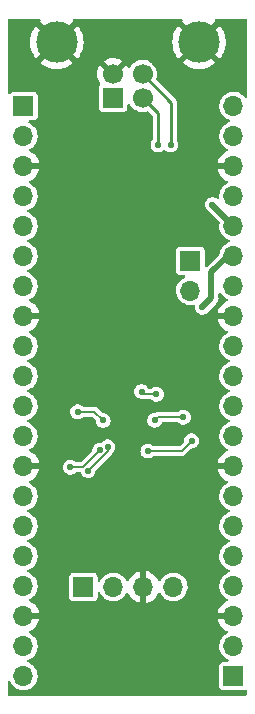
<source format=gbr>
%TF.GenerationSoftware,KiCad,Pcbnew,(6.0.11)*%
%TF.CreationDate,2024-08-10T04:41:16-05:00*%
%TF.ProjectId,PicoAlt,5069636f-416c-4742-9e6b-696361645f70,rev?*%
%TF.SameCoordinates,Original*%
%TF.FileFunction,Copper,L2,Bot*%
%TF.FilePolarity,Positive*%
%FSLAX46Y46*%
G04 Gerber Fmt 4.6, Leading zero omitted, Abs format (unit mm)*
G04 Created by KiCad (PCBNEW (6.0.11)) date 2024-08-10 04:41:16*
%MOMM*%
%LPD*%
G01*
G04 APERTURE LIST*
%TA.AperFunction,ComponentPad*%
%ADD10R,1.700000X1.700000*%
%TD*%
%TA.AperFunction,ComponentPad*%
%ADD11C,1.700000*%
%TD*%
%TA.AperFunction,ComponentPad*%
%ADD12C,3.500000*%
%TD*%
%TA.AperFunction,ComponentPad*%
%ADD13O,1.700000X1.700000*%
%TD*%
%TA.AperFunction,ViaPad*%
%ADD14C,0.550000*%
%TD*%
%TA.AperFunction,Conductor*%
%ADD15C,0.130000*%
%TD*%
%TA.AperFunction,Conductor*%
%ADD16C,0.500000*%
%TD*%
%TA.AperFunction,Conductor*%
%ADD17C,0.250000*%
%TD*%
G04 APERTURE END LIST*
D10*
%TO.P,J2,1,VBUS*%
%TO.N,VBUS*%
X147290000Y-78040000D03*
D11*
%TO.P,J2,2,D-*%
%TO.N,Net-(J2-Pad2)*%
X149790000Y-78040000D03*
%TO.P,J2,3,D+*%
%TO.N,Net-(J2-Pad3)*%
X149790000Y-76040000D03*
%TO.P,J2,4,GND*%
%TO.N,GND*%
X147290000Y-76040000D03*
D12*
%TO.P,J2,5,Shield*%
X154560000Y-73330000D03*
X142520000Y-73330000D03*
%TD*%
D10*
%TO.P,J3,1,Pin_1*%
%TO.N,+3.3V*%
X144770000Y-119460000D03*
D13*
%TO.P,J3,2,Pin_2*%
%TO.N,Net-(J3-Pad2)*%
X147310000Y-119460000D03*
%TO.P,J3,3,Pin_3*%
%TO.N,GND*%
X149850000Y-119460000D03*
%TO.P,J3,4,Pin_4*%
%TO.N,Net-(J3-Pad4)*%
X152390000Y-119460000D03*
%TD*%
D10*
%TO.P,JP1,1,A*%
%TO.N,Net-(J5-Pad17)*%
X153830000Y-91840000D03*
D13*
%TO.P,JP1,2,B*%
%TO.N,GPIO29*%
X153830000Y-94380000D03*
%TD*%
D10*
%TO.P,J5,1,Pin_1*%
%TO.N,GPIO16*%
X157480000Y-127000000D03*
D13*
%TO.P,J5,2,Pin_2*%
%TO.N,GPIO17*%
X157480000Y-124460000D03*
%TO.P,J5,3,Pin_3*%
%TO.N,GND*%
X157480000Y-121920000D03*
%TO.P,J5,4,Pin_4*%
%TO.N,GPIO18*%
X157480000Y-119380000D03*
%TO.P,J5,5,Pin_5*%
%TO.N,GPIO19*%
X157480000Y-116840000D03*
%TO.P,J5,6,Pin_6*%
%TO.N,GPIO20*%
X157480000Y-114300000D03*
%TO.P,J5,7,Pin_7*%
%TO.N,GPIO21*%
X157480000Y-111760000D03*
%TO.P,J5,8,Pin_8*%
%TO.N,GND*%
X157480000Y-109220000D03*
%TO.P,J5,9,Pin_9*%
%TO.N,GPIO22*%
X157480000Y-106680000D03*
%TO.P,J5,10,Pin_10*%
%TO.N,RUN*%
X157480000Y-104140000D03*
%TO.P,J5,11,Pin_11*%
%TO.N,GPIO26*%
X157480000Y-101600000D03*
%TO.P,J5,12,Pin_12*%
%TO.N,GPIO27*%
X157480000Y-99060000D03*
%TO.P,J5,13,Pin_13*%
%TO.N,GND*%
X157480000Y-96520000D03*
%TO.P,J5,14,Pin_14*%
%TO.N,GPIO28*%
X157480000Y-93980000D03*
%TO.P,J5,15,Pin_15*%
%TO.N,ADCVREF*%
X157480000Y-91440000D03*
%TO.P,J5,16,Pin_16*%
%TO.N,+3.3V*%
X157480000Y-88900000D03*
%TO.P,J5,17,Pin_17*%
%TO.N,Net-(J5-Pad17)*%
X157480000Y-86360000D03*
%TO.P,J5,18,Pin_18*%
%TO.N,GND*%
X157480000Y-83820000D03*
%TO.P,J5,19,Pin_19*%
%TO.N,+5V*%
X157480000Y-81280000D03*
%TO.P,J5,20,Pin_20*%
%TO.N,VBUS*%
X157480000Y-78740000D03*
%TD*%
D10*
%TO.P,J4,1,Pin_1*%
%TO.N,GPIO0*%
X139700000Y-78740000D03*
D13*
%TO.P,J4,2,Pin_2*%
%TO.N,GPIO1*%
X139700000Y-81280000D03*
%TO.P,J4,3,Pin_3*%
%TO.N,GND*%
X139700000Y-83820000D03*
%TO.P,J4,4,Pin_4*%
%TO.N,GPIO2*%
X139700000Y-86360000D03*
%TO.P,J4,5,Pin_5*%
%TO.N,GPIO3*%
X139700000Y-88900000D03*
%TO.P,J4,6,Pin_6*%
%TO.N,GPIO4*%
X139700000Y-91440000D03*
%TO.P,J4,7,Pin_7*%
%TO.N,GPIO5*%
X139700000Y-93980000D03*
%TO.P,J4,8,Pin_8*%
%TO.N,GND*%
X139700000Y-96520000D03*
%TO.P,J4,9,Pin_9*%
%TO.N,GPIO6*%
X139700000Y-99060000D03*
%TO.P,J4,10,Pin_10*%
%TO.N,GPIO7*%
X139700000Y-101600000D03*
%TO.P,J4,11,Pin_11*%
%TO.N,GPIO8*%
X139700000Y-104140000D03*
%TO.P,J4,12,Pin_12*%
%TO.N,GPIO9*%
X139700000Y-106680000D03*
%TO.P,J4,13,Pin_13*%
%TO.N,GND*%
X139700000Y-109220000D03*
%TO.P,J4,14,Pin_14*%
%TO.N,GPIO10*%
X139700000Y-111760000D03*
%TO.P,J4,15,Pin_15*%
%TO.N,GPIO11*%
X139700000Y-114300000D03*
%TO.P,J4,16,Pin_16*%
%TO.N,GPIO12*%
X139700000Y-116840000D03*
%TO.P,J4,17,Pin_17*%
%TO.N,GPIO13*%
X139700000Y-119380000D03*
%TO.P,J4,18,Pin_18*%
%TO.N,GND*%
X139700000Y-121920000D03*
%TO.P,J4,19,Pin_19*%
%TO.N,GPIO14*%
X139700000Y-124460000D03*
%TO.P,J4,20,Pin_20*%
%TO.N,GPIO15*%
X139700000Y-127000000D03*
%TD*%
D14*
%TO.N,+1V1*%
X146840000Y-107580000D03*
X145160000Y-109600000D03*
%TO.N,GND*%
X143520000Y-111230000D03*
X143830000Y-112840000D03*
X152520000Y-101490000D03*
X154810000Y-102500000D03*
X151830000Y-101050000D03*
%TO.N,+3.3V*%
X143670000Y-109330000D03*
X146160000Y-107870000D03*
X149700000Y-102910000D03*
X155700000Y-87080000D03*
X150960000Y-103140000D03*
%TO.N,GND*%
X146230000Y-114360000D03*
X146410000Y-80680000D03*
X155910000Y-113340000D03*
X144470000Y-127630000D03*
X155660000Y-105360000D03*
X142030000Y-106960000D03*
X149800000Y-104220000D03*
X153270000Y-88160000D03*
X152310000Y-88350000D03*
X151780000Y-110830000D03*
X155080000Y-99570000D03*
X149840000Y-105360000D03*
X149110000Y-111860000D03*
X148670000Y-105410000D03*
X142550000Y-103940000D03*
X149000000Y-116010000D03*
X148890000Y-112600000D03*
X142890000Y-89480000D03*
X143660000Y-96370000D03*
X155190000Y-106320000D03*
X142200000Y-112840000D03*
X146400000Y-82500000D03*
X150540000Y-126970000D03*
X150750000Y-122670000D03*
X145570000Y-90340000D03*
X144450000Y-100880000D03*
X147510000Y-104180000D03*
X145260000Y-96300000D03*
X153670000Y-96266000D03*
X146990000Y-111630000D03*
X149960000Y-106740000D03*
X143170000Y-112690000D03*
X145610000Y-89610000D03*
X147380000Y-105360000D03*
X148690000Y-114390000D03*
X147330000Y-106660000D03*
X144640000Y-122030000D03*
%TO.N,+1V1*%
X146440000Y-105360000D03*
X144290000Y-104620000D03*
X150810000Y-105350000D03*
X153241179Y-105088032D03*
%TO.N,ADCVREF*%
X154845000Y-95785000D03*
%TO.N,RUN*%
X150230000Y-107940000D03*
X153940000Y-107080000D03*
%TO.N,Net-(J2-Pad2)*%
X151090000Y-82030000D03*
%TO.N,Net-(J2-Pad3)*%
X152160000Y-82030000D03*
%TD*%
D15*
%TO.N,+1V1*%
X146840000Y-107920000D02*
X145160000Y-109600000D01*
X146840000Y-107580000D02*
X146840000Y-107920000D01*
%TO.N,+3.3V*%
X144700000Y-109330000D02*
X146160000Y-107870000D01*
X143670000Y-109330000D02*
X144700000Y-109330000D01*
X149930000Y-103140000D02*
X150960000Y-103140000D01*
X149700000Y-102910000D02*
X149930000Y-103140000D01*
D16*
X157480000Y-88900000D02*
X157480000Y-88860000D01*
X157480000Y-88860000D02*
X155700000Y-87080000D01*
D15*
%TO.N,+1V1*%
X151140000Y-105070000D02*
X153223147Y-105070000D01*
X145700000Y-104620000D02*
X144290000Y-104620000D01*
X146440000Y-105360000D02*
X145700000Y-104620000D01*
X150810000Y-105350000D02*
X151090000Y-105070000D01*
X151090000Y-105070000D02*
X151140000Y-105070000D01*
X153223147Y-105070000D02*
X153241179Y-105088032D01*
D16*
%TO.N,ADCVREF*%
X155610000Y-95020000D02*
X155610000Y-92820000D01*
X155610000Y-92820000D02*
X156990000Y-91440000D01*
X154845000Y-95785000D02*
X155610000Y-95020000D01*
X156990000Y-91440000D02*
X157480000Y-91440000D01*
D15*
%TO.N,RUN*%
X153080000Y-107940000D02*
X153940000Y-107080000D01*
X150230000Y-107940000D02*
X153080000Y-107940000D01*
D17*
%TO.N,Net-(J2-Pad2)*%
X151090000Y-82030000D02*
X151100000Y-82020000D01*
X151100000Y-82020000D02*
X151100000Y-79350000D01*
X151100000Y-79350000D02*
X149790000Y-78040000D01*
%TO.N,Net-(J2-Pad3)*%
X152160000Y-82030000D02*
X152210000Y-81980000D01*
X152210000Y-78460000D02*
X149790000Y-76040000D01*
X152210000Y-81980000D02*
X152210000Y-78460000D01*
%TD*%
%TA.AperFunction,Conductor*%
%TO.N,GND*%
G36*
X141090551Y-71370502D02*
G01*
X141137044Y-71424158D01*
X141147148Y-71494432D01*
X141128831Y-71543989D01*
X141116528Y-71563385D01*
X141122362Y-71573151D01*
X142507190Y-72957980D01*
X142521131Y-72965592D01*
X142522966Y-72965461D01*
X142529580Y-72961210D01*
X143915884Y-71574905D01*
X143923398Y-71561145D01*
X143914367Y-71548055D01*
X143892146Y-71480625D01*
X143909907Y-71411886D01*
X143962011Y-71363661D01*
X144018078Y-71350500D01*
X153062430Y-71350500D01*
X153130551Y-71370502D01*
X153177044Y-71424158D01*
X153187148Y-71494432D01*
X153168831Y-71543989D01*
X153156528Y-71563385D01*
X153162362Y-71573151D01*
X154547190Y-72957980D01*
X154561131Y-72965592D01*
X154562966Y-72965461D01*
X154569580Y-72961210D01*
X155955884Y-71574905D01*
X155963398Y-71561145D01*
X155954367Y-71548055D01*
X155932146Y-71480625D01*
X155949907Y-71411886D01*
X156002011Y-71363661D01*
X156058078Y-71350500D01*
X158523500Y-71350500D01*
X158591621Y-71370502D01*
X158638114Y-71424158D01*
X158649500Y-71476500D01*
X158649500Y-77920249D01*
X158629498Y-77988370D01*
X158575842Y-78034863D01*
X158505568Y-78044967D01*
X158440988Y-78015473D01*
X158422542Y-77995638D01*
X158379420Y-77937891D01*
X158379420Y-77937890D01*
X158375967Y-77933267D01*
X158278586Y-77843249D01*
X158218189Y-77787418D01*
X158218186Y-77787416D01*
X158213949Y-77783499D01*
X158027350Y-77665764D01*
X157822421Y-77584006D01*
X157816761Y-77582880D01*
X157816757Y-77582879D01*
X157611691Y-77542089D01*
X157611688Y-77542089D01*
X157606024Y-77540962D01*
X157600249Y-77540886D01*
X157600245Y-77540886D01*
X157489504Y-77539437D01*
X157385406Y-77538074D01*
X157379709Y-77539053D01*
X157379708Y-77539053D01*
X157173654Y-77574459D01*
X157173653Y-77574459D01*
X157167957Y-77575438D01*
X156960957Y-77651804D01*
X156955996Y-77654756D01*
X156955995Y-77654756D01*
X156858510Y-77712754D01*
X156771341Y-77764614D01*
X156605457Y-77910090D01*
X156468863Y-78083360D01*
X156366131Y-78278620D01*
X156300703Y-78489333D01*
X156274770Y-78708440D01*
X156289200Y-78928604D01*
X156290621Y-78934200D01*
X156290622Y-78934205D01*
X156330154Y-79089858D01*
X156343511Y-79142452D01*
X156345928Y-79147694D01*
X156345928Y-79147695D01*
X156385740Y-79234054D01*
X156435883Y-79342821D01*
X156563222Y-79523002D01*
X156721264Y-79676961D01*
X156726060Y-79680166D01*
X156726063Y-79680168D01*
X156869271Y-79775856D01*
X156904717Y-79799540D01*
X156910020Y-79801818D01*
X156910023Y-79801820D01*
X157073221Y-79871935D01*
X157107436Y-79886635D01*
X157113071Y-79887910D01*
X157113074Y-79887911D01*
X157114484Y-79888230D01*
X157115083Y-79888564D01*
X157118562Y-79889694D01*
X157118340Y-79890377D01*
X157176511Y-79922772D01*
X157210016Y-79985366D01*
X157204362Y-80056137D01*
X157161344Y-80112616D01*
X157130287Y-80129335D01*
X156966376Y-80189804D01*
X156966368Y-80189808D01*
X156960957Y-80191804D01*
X156771341Y-80304614D01*
X156605457Y-80450090D01*
X156468863Y-80623360D01*
X156366131Y-80818620D01*
X156300703Y-81029333D01*
X156274770Y-81248440D01*
X156289200Y-81468604D01*
X156290621Y-81474200D01*
X156290622Y-81474205D01*
X156324700Y-81608385D01*
X156343511Y-81682452D01*
X156345928Y-81687694D01*
X156345928Y-81687695D01*
X156384046Y-81770379D01*
X156435883Y-81882821D01*
X156563222Y-82063002D01*
X156721264Y-82216961D01*
X156726060Y-82220166D01*
X156726063Y-82220168D01*
X156810258Y-82276425D01*
X156904717Y-82339540D01*
X156910020Y-82341818D01*
X156910023Y-82341820D01*
X156922546Y-82347200D01*
X156977239Y-82392469D01*
X156998776Y-82460120D01*
X156980319Y-82528675D01*
X156930988Y-82574731D01*
X156758463Y-82664542D01*
X156749738Y-82670036D01*
X156579433Y-82797905D01*
X156571726Y-82804748D01*
X156424590Y-82958717D01*
X156418104Y-82966727D01*
X156298098Y-83142649D01*
X156293000Y-83151623D01*
X156203338Y-83344783D01*
X156199775Y-83354470D01*
X156144389Y-83554183D01*
X156145912Y-83562607D01*
X156158292Y-83566000D01*
X157608000Y-83566000D01*
X157676121Y-83586002D01*
X157722614Y-83639658D01*
X157734000Y-83692000D01*
X157734000Y-83948000D01*
X157713998Y-84016121D01*
X157660342Y-84062614D01*
X157608000Y-84074000D01*
X156163225Y-84074000D01*
X156149694Y-84077973D01*
X156148257Y-84087966D01*
X156178565Y-84222446D01*
X156181645Y-84232275D01*
X156261770Y-84429603D01*
X156266413Y-84438794D01*
X156377694Y-84620388D01*
X156383777Y-84628699D01*
X156523213Y-84789667D01*
X156530580Y-84796883D01*
X156694434Y-84932916D01*
X156702881Y-84938831D01*
X156886756Y-85046279D01*
X156896043Y-85050729D01*
X156918682Y-85059374D01*
X156975186Y-85102362D01*
X156999478Y-85169073D01*
X156983847Y-85238328D01*
X156938156Y-85285369D01*
X156937492Y-85285764D01*
X156771341Y-85384614D01*
X156605457Y-85530090D01*
X156468863Y-85703360D01*
X156366131Y-85898620D01*
X156300703Y-86109333D01*
X156274770Y-86328440D01*
X156275148Y-86334207D01*
X156284295Y-86473774D01*
X156268791Y-86543057D01*
X156218291Y-86592959D01*
X156148828Y-86607637D01*
X156082457Y-86582431D01*
X156074746Y-86576090D01*
X156065275Y-86567651D01*
X156065267Y-86567645D01*
X156059603Y-86562599D01*
X156052897Y-86559048D01*
X156052895Y-86559047D01*
X155992704Y-86527178D01*
X155925805Y-86491757D01*
X155778972Y-86454874D01*
X155771374Y-86454834D01*
X155771372Y-86454834D01*
X155706775Y-86454496D01*
X155627579Y-86454082D01*
X155620200Y-86455854D01*
X155620196Y-86455854D01*
X155487746Y-86487652D01*
X155487742Y-86487653D01*
X155480367Y-86489424D01*
X155473622Y-86492905D01*
X155473623Y-86492905D01*
X155365708Y-86548604D01*
X155345835Y-86558861D01*
X155340113Y-86563853D01*
X155340111Y-86563854D01*
X155237474Y-86653390D01*
X155237471Y-86653393D01*
X155231749Y-86658385D01*
X155227382Y-86664599D01*
X155158610Y-86762452D01*
X155144696Y-86782249D01*
X155089702Y-86923302D01*
X155088711Y-86930831D01*
X155073959Y-87042884D01*
X155069941Y-87073402D01*
X155086554Y-87223883D01*
X155138582Y-87366057D01*
X155142819Y-87372363D01*
X155142821Y-87372366D01*
X155172364Y-87416330D01*
X155223022Y-87491716D01*
X155334998Y-87593607D01*
X155383218Y-87619789D01*
X155412188Y-87641423D01*
X156275193Y-88504428D01*
X156309219Y-88566740D01*
X156306430Y-88630889D01*
X156300703Y-88649333D01*
X156274770Y-88868440D01*
X156289200Y-89088604D01*
X156290621Y-89094200D01*
X156290622Y-89094205D01*
X156340336Y-89289952D01*
X156343511Y-89302452D01*
X156345928Y-89307694D01*
X156345928Y-89307695D01*
X156384046Y-89390379D01*
X156435883Y-89502821D01*
X156563222Y-89683002D01*
X156721264Y-89836961D01*
X156726060Y-89840166D01*
X156726063Y-89840168D01*
X156810261Y-89896427D01*
X156904717Y-89959540D01*
X156910020Y-89961818D01*
X156910023Y-89961820D01*
X157102129Y-90044355D01*
X157107436Y-90046635D01*
X157113071Y-90047910D01*
X157113074Y-90047911D01*
X157114484Y-90048230D01*
X157115083Y-90048564D01*
X157118562Y-90049694D01*
X157118340Y-90050377D01*
X157176511Y-90082772D01*
X157210016Y-90145366D01*
X157204362Y-90216137D01*
X157161344Y-90272616D01*
X157130287Y-90289335D01*
X156966376Y-90349804D01*
X156966368Y-90349808D01*
X156960957Y-90351804D01*
X156771341Y-90464614D01*
X156605457Y-90610090D01*
X156468863Y-90783360D01*
X156366131Y-90978620D01*
X156300703Y-91189333D01*
X156300024Y-91195070D01*
X156293658Y-91248854D01*
X156265787Y-91314152D01*
X156257626Y-91323139D01*
X155245595Y-92335170D01*
X155183283Y-92369196D01*
X155112468Y-92364131D01*
X155055632Y-92321584D01*
X155030821Y-92255064D01*
X155030500Y-92246075D01*
X155030500Y-90956782D01*
X155021871Y-90898162D01*
X155021784Y-90897574D01*
X155021784Y-90897573D01*
X155020358Y-90887888D01*
X154982143Y-90810053D01*
X154973522Y-90792493D01*
X154973521Y-90792491D01*
X154968932Y-90783145D01*
X154886350Y-90700707D01*
X154781518Y-90649464D01*
X154751027Y-90645016D01*
X154717744Y-90640160D01*
X154717740Y-90640160D01*
X154713218Y-90639500D01*
X152946782Y-90639500D01*
X152942232Y-90640170D01*
X152942229Y-90640170D01*
X152887574Y-90648216D01*
X152887573Y-90648216D01*
X152877888Y-90649642D01*
X152827992Y-90674140D01*
X152782493Y-90696478D01*
X152782491Y-90696479D01*
X152773145Y-90701068D01*
X152690707Y-90783650D01*
X152639464Y-90888482D01*
X152629500Y-90956782D01*
X152629500Y-92723218D01*
X152630170Y-92727768D01*
X152630170Y-92727771D01*
X152638035Y-92781196D01*
X152639642Y-92792112D01*
X152691068Y-92896855D01*
X152773650Y-92979293D01*
X152783006Y-92983866D01*
X152783007Y-92983867D01*
X152815460Y-92999730D01*
X152878482Y-93030536D01*
X152908973Y-93034984D01*
X152942256Y-93039840D01*
X152942260Y-93039840D01*
X152946782Y-93040500D01*
X153286570Y-93040500D01*
X153354691Y-93060502D01*
X153401184Y-93114158D01*
X153411288Y-93184432D01*
X153381794Y-93249012D01*
X153330180Y-93284712D01*
X153321382Y-93287958D01*
X153310957Y-93291804D01*
X153305996Y-93294756D01*
X153305995Y-93294756D01*
X153212828Y-93350185D01*
X153121341Y-93404614D01*
X152955457Y-93550090D01*
X152818863Y-93723360D01*
X152716131Y-93918620D01*
X152650703Y-94129333D01*
X152624770Y-94348440D01*
X152639200Y-94568604D01*
X152640621Y-94574200D01*
X152640622Y-94574205D01*
X152663144Y-94662884D01*
X152693511Y-94782452D01*
X152785883Y-94982821D01*
X152913222Y-95163002D01*
X153071264Y-95316961D01*
X153076060Y-95320166D01*
X153076063Y-95320168D01*
X153169376Y-95382517D01*
X153254717Y-95439540D01*
X153260020Y-95441818D01*
X153260023Y-95441820D01*
X153442493Y-95520215D01*
X153457436Y-95526635D01*
X153537088Y-95544658D01*
X153666995Y-95574054D01*
X153667001Y-95574055D01*
X153672632Y-95575329D01*
X153678403Y-95575556D01*
X153678405Y-95575556D01*
X153746211Y-95578220D01*
X153893098Y-95583991D01*
X154042465Y-95562334D01*
X154082569Y-95556519D01*
X154152855Y-95566539D01*
X154206566Y-95612968D01*
X154226649Y-95681065D01*
X154225571Y-95697656D01*
X154214941Y-95778402D01*
X154231554Y-95928883D01*
X154283582Y-96071057D01*
X154287819Y-96077363D01*
X154287821Y-96077366D01*
X154297794Y-96092207D01*
X154368022Y-96196716D01*
X154479998Y-96298607D01*
X154486675Y-96302232D01*
X154486676Y-96302233D01*
X154606370Y-96367222D01*
X154606372Y-96367223D01*
X154613047Y-96370847D01*
X154620396Y-96372775D01*
X154752136Y-96407336D01*
X154752138Y-96407336D01*
X154759486Y-96409264D01*
X154839562Y-96410522D01*
X154903266Y-96411523D01*
X154903269Y-96411523D01*
X154910863Y-96411642D01*
X155058437Y-96377843D01*
X155165734Y-96323879D01*
X155186906Y-96313231D01*
X155186909Y-96313229D01*
X155193689Y-96309819D01*
X155308810Y-96211495D01*
X155397156Y-96088550D01*
X155397509Y-96087672D01*
X155415425Y-96063810D01*
X156000938Y-95478297D01*
X156013329Y-95467429D01*
X156031736Y-95453305D01*
X156038282Y-95448282D01*
X156134536Y-95322841D01*
X156195044Y-95176762D01*
X156210500Y-95059361D01*
X156215682Y-95020000D01*
X156211578Y-94988827D01*
X156210500Y-94972381D01*
X156210500Y-94660513D01*
X156230502Y-94592392D01*
X156284158Y-94545899D01*
X156354432Y-94535795D01*
X156419012Y-94565289D01*
X156439396Y-94587792D01*
X156563222Y-94763002D01*
X156721264Y-94916961D01*
X156726060Y-94920166D01*
X156726063Y-94920168D01*
X156810258Y-94976425D01*
X156904717Y-95039540D01*
X156910020Y-95041818D01*
X156910023Y-95041820D01*
X156922546Y-95047200D01*
X156977239Y-95092469D01*
X156998776Y-95160120D01*
X156980319Y-95228675D01*
X156930988Y-95274731D01*
X156758463Y-95364542D01*
X156749738Y-95370036D01*
X156579433Y-95497905D01*
X156571726Y-95504748D01*
X156424590Y-95658717D01*
X156418104Y-95666727D01*
X156298098Y-95842649D01*
X156293000Y-95851623D01*
X156203338Y-96044783D01*
X156199775Y-96054470D01*
X156144389Y-96254183D01*
X156145912Y-96262607D01*
X156158292Y-96266000D01*
X157608000Y-96266000D01*
X157676121Y-96286002D01*
X157722614Y-96339658D01*
X157734000Y-96392000D01*
X157734000Y-96648000D01*
X157713998Y-96716121D01*
X157660342Y-96762614D01*
X157608000Y-96774000D01*
X156163225Y-96774000D01*
X156149694Y-96777973D01*
X156148257Y-96787966D01*
X156178565Y-96922446D01*
X156181645Y-96932275D01*
X156261770Y-97129603D01*
X156266413Y-97138794D01*
X156377694Y-97320388D01*
X156383777Y-97328699D01*
X156523213Y-97489667D01*
X156530580Y-97496883D01*
X156694434Y-97632916D01*
X156702881Y-97638831D01*
X156886756Y-97746279D01*
X156896043Y-97750729D01*
X156918682Y-97759374D01*
X156975186Y-97802362D01*
X156999478Y-97869073D01*
X156983847Y-97938328D01*
X156938156Y-97985369D01*
X156937492Y-97985764D01*
X156771341Y-98084614D01*
X156605457Y-98230090D01*
X156468863Y-98403360D01*
X156366131Y-98598620D01*
X156300703Y-98809333D01*
X156274770Y-99028440D01*
X156289200Y-99248604D01*
X156290621Y-99254200D01*
X156290622Y-99254205D01*
X156340336Y-99449952D01*
X156343511Y-99462452D01*
X156345928Y-99467694D01*
X156345928Y-99467695D01*
X156384046Y-99550379D01*
X156435883Y-99662821D01*
X156563222Y-99843002D01*
X156721264Y-99996961D01*
X156726060Y-100000166D01*
X156726063Y-100000168D01*
X156810261Y-100056427D01*
X156904717Y-100119540D01*
X156910020Y-100121818D01*
X156910023Y-100121820D01*
X157102129Y-100204355D01*
X157107436Y-100206635D01*
X157113071Y-100207910D01*
X157113074Y-100207911D01*
X157114484Y-100208230D01*
X157115083Y-100208564D01*
X157118562Y-100209694D01*
X157118340Y-100210377D01*
X157176511Y-100242772D01*
X157210016Y-100305366D01*
X157204362Y-100376137D01*
X157161344Y-100432616D01*
X157130287Y-100449335D01*
X156966376Y-100509804D01*
X156966368Y-100509808D01*
X156960957Y-100511804D01*
X156771341Y-100624614D01*
X156605457Y-100770090D01*
X156468863Y-100943360D01*
X156366131Y-101138620D01*
X156300703Y-101349333D01*
X156274770Y-101568440D01*
X156289200Y-101788604D01*
X156290621Y-101794200D01*
X156290622Y-101794205D01*
X156340336Y-101989952D01*
X156343511Y-102002452D01*
X156345928Y-102007694D01*
X156345928Y-102007695D01*
X156384046Y-102090379D01*
X156435883Y-102202821D01*
X156563222Y-102383002D01*
X156721264Y-102536961D01*
X156726060Y-102540166D01*
X156726063Y-102540168D01*
X156843836Y-102618861D01*
X156904717Y-102659540D01*
X156910020Y-102661818D01*
X156910023Y-102661820D01*
X157053148Y-102723311D01*
X157107436Y-102746635D01*
X157113071Y-102747910D01*
X157113074Y-102747911D01*
X157114484Y-102748230D01*
X157115083Y-102748564D01*
X157118562Y-102749694D01*
X157118340Y-102750377D01*
X157176511Y-102782772D01*
X157210016Y-102845366D01*
X157204362Y-102916137D01*
X157161344Y-102972616D01*
X157130287Y-102989335D01*
X156966376Y-103049804D01*
X156966368Y-103049808D01*
X156960957Y-103051804D01*
X156955996Y-103054756D01*
X156955995Y-103054756D01*
X156805787Y-103144121D01*
X156771341Y-103164614D01*
X156605457Y-103310090D01*
X156468863Y-103483360D01*
X156366131Y-103678620D01*
X156300703Y-103889333D01*
X156274770Y-104108440D01*
X156289200Y-104328604D01*
X156290621Y-104334200D01*
X156290622Y-104334205D01*
X156323779Y-104464757D01*
X156343511Y-104542452D01*
X156345928Y-104547694D01*
X156345928Y-104547695D01*
X156384046Y-104630379D01*
X156435883Y-104742821D01*
X156563222Y-104923002D01*
X156721264Y-105076961D01*
X156726060Y-105080166D01*
X156726063Y-105080168D01*
X156815441Y-105139888D01*
X156904717Y-105199540D01*
X156910020Y-105201818D01*
X156910023Y-105201820D01*
X157102129Y-105284355D01*
X157107436Y-105286635D01*
X157113071Y-105287910D01*
X157113074Y-105287911D01*
X157114484Y-105288230D01*
X157115083Y-105288564D01*
X157118562Y-105289694D01*
X157118340Y-105290377D01*
X157176511Y-105322772D01*
X157210016Y-105385366D01*
X157204362Y-105456137D01*
X157161344Y-105512616D01*
X157130287Y-105529335D01*
X156966376Y-105589804D01*
X156966368Y-105589808D01*
X156960957Y-105591804D01*
X156955996Y-105594756D01*
X156955995Y-105594756D01*
X156808394Y-105682570D01*
X156771341Y-105704614D01*
X156605457Y-105850090D01*
X156468863Y-106023360D01*
X156366131Y-106218620D01*
X156300703Y-106429333D01*
X156274770Y-106648440D01*
X156289200Y-106868604D01*
X156290621Y-106874200D01*
X156290622Y-106874205D01*
X156320477Y-106991757D01*
X156343511Y-107082452D01*
X156345928Y-107087694D01*
X156345928Y-107087695D01*
X156383671Y-107169566D01*
X156435883Y-107282821D01*
X156563222Y-107463002D01*
X156721264Y-107616961D01*
X156726060Y-107620166D01*
X156726063Y-107620168D01*
X156858593Y-107708721D01*
X156904717Y-107739540D01*
X156910020Y-107741818D01*
X156910023Y-107741820D01*
X156922546Y-107747200D01*
X156977239Y-107792469D01*
X156998776Y-107860120D01*
X156980319Y-107928675D01*
X156930988Y-107974731D01*
X156758463Y-108064542D01*
X156749738Y-108070036D01*
X156579433Y-108197905D01*
X156571726Y-108204748D01*
X156424590Y-108358717D01*
X156418104Y-108366727D01*
X156298098Y-108542649D01*
X156293000Y-108551623D01*
X156203338Y-108744783D01*
X156199775Y-108754470D01*
X156144389Y-108954183D01*
X156145912Y-108962607D01*
X156158292Y-108966000D01*
X157608000Y-108966000D01*
X157676121Y-108986002D01*
X157722614Y-109039658D01*
X157734000Y-109092000D01*
X157734000Y-109348000D01*
X157713998Y-109416121D01*
X157660342Y-109462614D01*
X157608000Y-109474000D01*
X156163225Y-109474000D01*
X156149694Y-109477973D01*
X156148257Y-109487966D01*
X156178565Y-109622446D01*
X156181645Y-109632275D01*
X156261770Y-109829603D01*
X156266413Y-109838794D01*
X156377694Y-110020388D01*
X156383777Y-110028699D01*
X156523213Y-110189667D01*
X156530580Y-110196883D01*
X156694434Y-110332916D01*
X156702881Y-110338831D01*
X156886756Y-110446279D01*
X156896043Y-110450729D01*
X156918682Y-110459374D01*
X156975186Y-110502362D01*
X156999478Y-110569073D01*
X156983847Y-110638328D01*
X156938156Y-110685369D01*
X156937492Y-110685764D01*
X156771341Y-110784614D01*
X156605457Y-110930090D01*
X156468863Y-111103360D01*
X156366131Y-111298620D01*
X156300703Y-111509333D01*
X156274770Y-111728440D01*
X156289200Y-111948604D01*
X156290621Y-111954200D01*
X156290622Y-111954205D01*
X156340336Y-112149952D01*
X156343511Y-112162452D01*
X156345928Y-112167694D01*
X156345928Y-112167695D01*
X156384046Y-112250379D01*
X156435883Y-112362821D01*
X156563222Y-112543002D01*
X156721264Y-112696961D01*
X156726060Y-112700166D01*
X156726063Y-112700168D01*
X156810261Y-112756427D01*
X156904717Y-112819540D01*
X156910020Y-112821818D01*
X156910023Y-112821820D01*
X157102129Y-112904355D01*
X157107436Y-112906635D01*
X157113071Y-112907910D01*
X157113074Y-112907911D01*
X157114484Y-112908230D01*
X157115083Y-112908564D01*
X157118562Y-112909694D01*
X157118340Y-112910377D01*
X157176511Y-112942772D01*
X157210016Y-113005366D01*
X157204362Y-113076137D01*
X157161344Y-113132616D01*
X157130287Y-113149335D01*
X156966376Y-113209804D01*
X156966368Y-113209808D01*
X156960957Y-113211804D01*
X156771341Y-113324614D01*
X156605457Y-113470090D01*
X156468863Y-113643360D01*
X156366131Y-113838620D01*
X156300703Y-114049333D01*
X156274770Y-114268440D01*
X156289200Y-114488604D01*
X156290621Y-114494200D01*
X156290622Y-114494205D01*
X156340336Y-114689952D01*
X156343511Y-114702452D01*
X156345928Y-114707694D01*
X156345928Y-114707695D01*
X156384046Y-114790379D01*
X156435883Y-114902821D01*
X156563222Y-115083002D01*
X156721264Y-115236961D01*
X156726060Y-115240166D01*
X156726063Y-115240168D01*
X156810261Y-115296427D01*
X156904717Y-115359540D01*
X156910020Y-115361818D01*
X156910023Y-115361820D01*
X157102129Y-115444355D01*
X157107436Y-115446635D01*
X157113071Y-115447910D01*
X157113074Y-115447911D01*
X157114484Y-115448230D01*
X157115083Y-115448564D01*
X157118562Y-115449694D01*
X157118340Y-115450377D01*
X157176511Y-115482772D01*
X157210016Y-115545366D01*
X157204362Y-115616137D01*
X157161344Y-115672616D01*
X157130287Y-115689335D01*
X156966376Y-115749804D01*
X156966368Y-115749808D01*
X156960957Y-115751804D01*
X156771341Y-115864614D01*
X156605457Y-116010090D01*
X156468863Y-116183360D01*
X156366131Y-116378620D01*
X156300703Y-116589333D01*
X156274770Y-116808440D01*
X156289200Y-117028604D01*
X156290621Y-117034200D01*
X156290622Y-117034205D01*
X156340336Y-117229952D01*
X156343511Y-117242452D01*
X156345928Y-117247694D01*
X156345928Y-117247695D01*
X156384046Y-117330379D01*
X156435883Y-117442821D01*
X156563222Y-117623002D01*
X156721264Y-117776961D01*
X156726060Y-117780166D01*
X156726063Y-117780168D01*
X156810261Y-117836427D01*
X156904717Y-117899540D01*
X156910020Y-117901818D01*
X156910023Y-117901820D01*
X157102129Y-117984355D01*
X157107436Y-117986635D01*
X157113071Y-117987910D01*
X157113074Y-117987911D01*
X157114484Y-117988230D01*
X157115083Y-117988564D01*
X157118562Y-117989694D01*
X157118340Y-117990377D01*
X157176511Y-118022772D01*
X157210016Y-118085366D01*
X157204362Y-118156137D01*
X157161344Y-118212616D01*
X157130287Y-118229335D01*
X156966376Y-118289804D01*
X156966368Y-118289808D01*
X156960957Y-118291804D01*
X156955996Y-118294756D01*
X156955995Y-118294756D01*
X156821528Y-118374756D01*
X156771341Y-118404614D01*
X156605457Y-118550090D01*
X156468863Y-118723360D01*
X156366131Y-118918620D01*
X156300703Y-119129333D01*
X156274770Y-119348440D01*
X156289200Y-119568604D01*
X156290621Y-119574200D01*
X156290622Y-119574205D01*
X156331647Y-119735738D01*
X156343511Y-119782452D01*
X156345928Y-119787694D01*
X156345928Y-119787695D01*
X156414878Y-119937257D01*
X156435883Y-119982821D01*
X156563222Y-120163002D01*
X156721264Y-120316961D01*
X156726060Y-120320166D01*
X156726063Y-120320168D01*
X156810258Y-120376425D01*
X156904717Y-120439540D01*
X156910020Y-120441818D01*
X156910023Y-120441820D01*
X156922546Y-120447200D01*
X156977239Y-120492469D01*
X156998776Y-120560120D01*
X156980319Y-120628675D01*
X156930988Y-120674731D01*
X156758463Y-120764542D01*
X156749738Y-120770036D01*
X156579433Y-120897905D01*
X156571726Y-120904748D01*
X156424590Y-121058717D01*
X156418104Y-121066727D01*
X156298098Y-121242649D01*
X156293000Y-121251623D01*
X156203338Y-121444783D01*
X156199775Y-121454470D01*
X156144389Y-121654183D01*
X156145912Y-121662607D01*
X156158292Y-121666000D01*
X157608000Y-121666000D01*
X157676121Y-121686002D01*
X157722614Y-121739658D01*
X157734000Y-121792000D01*
X157734000Y-122048000D01*
X157713998Y-122116121D01*
X157660342Y-122162614D01*
X157608000Y-122174000D01*
X156163225Y-122174000D01*
X156149694Y-122177973D01*
X156148257Y-122187966D01*
X156178565Y-122322446D01*
X156181645Y-122332275D01*
X156261770Y-122529603D01*
X156266413Y-122538794D01*
X156377694Y-122720388D01*
X156383777Y-122728699D01*
X156523213Y-122889667D01*
X156530580Y-122896883D01*
X156694434Y-123032916D01*
X156702881Y-123038831D01*
X156886756Y-123146279D01*
X156896043Y-123150729D01*
X156918682Y-123159374D01*
X156975186Y-123202362D01*
X156999478Y-123269073D01*
X156983847Y-123338328D01*
X156938156Y-123385369D01*
X156937492Y-123385764D01*
X156771341Y-123484614D01*
X156605457Y-123630090D01*
X156468863Y-123803360D01*
X156366131Y-123998620D01*
X156300703Y-124209333D01*
X156274770Y-124428440D01*
X156289200Y-124648604D01*
X156290621Y-124654200D01*
X156290622Y-124654205D01*
X156340336Y-124849952D01*
X156343511Y-124862452D01*
X156345928Y-124867694D01*
X156345928Y-124867695D01*
X156384046Y-124950379D01*
X156435883Y-125062821D01*
X156563222Y-125243002D01*
X156721264Y-125396961D01*
X156726060Y-125400166D01*
X156726063Y-125400168D01*
X156810261Y-125456427D01*
X156904717Y-125519540D01*
X156910020Y-125521818D01*
X156910023Y-125521820D01*
X156993611Y-125557732D01*
X157048304Y-125603000D01*
X157069841Y-125670652D01*
X157051384Y-125739207D01*
X156998793Y-125786901D01*
X156943873Y-125799500D01*
X156596782Y-125799500D01*
X156592232Y-125800170D01*
X156592229Y-125800170D01*
X156537574Y-125808216D01*
X156537573Y-125808216D01*
X156527888Y-125809642D01*
X156491764Y-125827378D01*
X156432493Y-125856478D01*
X156432491Y-125856479D01*
X156423145Y-125861068D01*
X156340707Y-125943650D01*
X156289464Y-126048482D01*
X156279500Y-126116782D01*
X156279500Y-127883218D01*
X156280170Y-127887768D01*
X156280170Y-127887771D01*
X156287884Y-127940168D01*
X156289642Y-127952112D01*
X156341068Y-128056855D01*
X156423650Y-128139293D01*
X156433006Y-128143866D01*
X156433007Y-128143867D01*
X156465460Y-128159730D01*
X156528482Y-128190536D01*
X156552597Y-128194054D01*
X156592256Y-128199840D01*
X156592260Y-128199840D01*
X156596782Y-128200500D01*
X158363218Y-128200500D01*
X158367768Y-128199830D01*
X158367771Y-128199830D01*
X158422426Y-128191784D01*
X158422427Y-128191784D01*
X158432112Y-128190358D01*
X158467970Y-128172753D01*
X158537932Y-128160685D01*
X158603314Y-128188358D01*
X158643355Y-128246986D01*
X158649500Y-128285856D01*
X158649500Y-128523500D01*
X158629498Y-128591621D01*
X158575842Y-128638114D01*
X158523500Y-128649500D01*
X138476500Y-128649500D01*
X138408379Y-128629498D01*
X138361886Y-128575842D01*
X138350500Y-128523500D01*
X138350500Y-127514670D01*
X138370502Y-127446549D01*
X138424158Y-127400056D01*
X138494432Y-127389952D01*
X138559012Y-127419446D01*
X138590926Y-127461918D01*
X138655883Y-127602821D01*
X138783222Y-127783002D01*
X138941264Y-127936961D01*
X138946060Y-127940166D01*
X138946063Y-127940168D01*
X139027457Y-127994553D01*
X139124717Y-128059540D01*
X139130020Y-128061818D01*
X139130023Y-128061820D01*
X139293221Y-128131935D01*
X139327436Y-128146635D01*
X139389528Y-128160685D01*
X139536995Y-128194054D01*
X139537001Y-128194055D01*
X139542632Y-128195329D01*
X139548403Y-128195556D01*
X139548405Y-128195556D01*
X139616211Y-128198220D01*
X139763098Y-128203991D01*
X139885524Y-128186240D01*
X139975738Y-128173160D01*
X139975743Y-128173159D01*
X139981452Y-128172331D01*
X139986916Y-128170476D01*
X139986921Y-128170475D01*
X140184907Y-128103268D01*
X140184912Y-128103266D01*
X140190379Y-128101410D01*
X140382884Y-127993602D01*
X140422202Y-127960902D01*
X140548086Y-127856204D01*
X140552518Y-127852518D01*
X140693602Y-127682884D01*
X140758606Y-127566812D01*
X140798586Y-127495422D01*
X140798587Y-127495420D01*
X140801410Y-127490379D01*
X140803266Y-127484912D01*
X140803268Y-127484907D01*
X140870475Y-127286921D01*
X140870476Y-127286916D01*
X140872331Y-127281452D01*
X140873159Y-127275743D01*
X140873160Y-127275738D01*
X140903458Y-127066772D01*
X140903991Y-127063098D01*
X140905643Y-127000000D01*
X140885454Y-126780289D01*
X140825565Y-126567936D01*
X140727980Y-126370053D01*
X140595967Y-126193267D01*
X140498586Y-126103249D01*
X140438189Y-126047418D01*
X140438186Y-126047416D01*
X140433949Y-126043499D01*
X140247350Y-125925764D01*
X140044955Y-125845017D01*
X139989096Y-125801196D01*
X139965795Y-125734132D01*
X139982451Y-125665117D01*
X140033775Y-125616063D01*
X140051144Y-125608674D01*
X140184907Y-125563268D01*
X140184912Y-125563266D01*
X140190379Y-125561410D01*
X140382884Y-125453602D01*
X140552518Y-125312518D01*
X140649830Y-125195514D01*
X140689908Y-125147326D01*
X140689910Y-125147323D01*
X140693602Y-125142884D01*
X140758606Y-125026812D01*
X140798586Y-124955422D01*
X140798587Y-124955420D01*
X140801410Y-124950379D01*
X140803266Y-124944912D01*
X140803268Y-124944907D01*
X140870475Y-124746921D01*
X140870476Y-124746916D01*
X140872331Y-124741452D01*
X140873159Y-124735743D01*
X140873160Y-124735738D01*
X140903458Y-124526772D01*
X140903991Y-124523098D01*
X140905643Y-124460000D01*
X140885454Y-124240289D01*
X140825565Y-124027936D01*
X140727980Y-123830053D01*
X140657354Y-123735473D01*
X140599420Y-123657891D01*
X140599420Y-123657890D01*
X140595967Y-123653267D01*
X140433949Y-123503499D01*
X140248702Y-123386617D01*
X140248700Y-123386615D01*
X140247350Y-123385764D01*
X140247517Y-123385499D01*
X140198071Y-123338802D01*
X140181002Y-123269888D01*
X140203901Y-123202686D01*
X140251454Y-123162129D01*
X140393095Y-123092739D01*
X140401945Y-123087464D01*
X140575328Y-122963792D01*
X140583200Y-122957139D01*
X140734052Y-122806812D01*
X140740730Y-122798965D01*
X140865003Y-122626020D01*
X140870313Y-122617183D01*
X140964670Y-122426267D01*
X140968469Y-122416672D01*
X141030377Y-122212910D01*
X141032555Y-122202837D01*
X141033986Y-122191962D01*
X141031775Y-122177778D01*
X141018617Y-122174000D01*
X139572000Y-122174000D01*
X139503879Y-122153998D01*
X139457386Y-122100342D01*
X139446000Y-122048000D01*
X139446000Y-121792000D01*
X139466002Y-121723879D01*
X139519658Y-121677386D01*
X139572000Y-121666000D01*
X141018344Y-121666000D01*
X141031875Y-121662027D01*
X141033180Y-121652947D01*
X140991214Y-121485875D01*
X140987894Y-121476124D01*
X140902972Y-121280814D01*
X140898105Y-121271739D01*
X140782426Y-121092926D01*
X140776136Y-121084757D01*
X140632806Y-120927240D01*
X140625273Y-120920215D01*
X140458139Y-120788222D01*
X140449552Y-120782517D01*
X140263115Y-120679598D01*
X140254687Y-120675810D01*
X140200752Y-120629641D01*
X140180340Y-120561642D01*
X140199932Y-120493402D01*
X140244771Y-120450949D01*
X140335447Y-120400168D01*
X140382884Y-120373602D01*
X140413943Y-120347771D01*
X140419417Y-120343218D01*
X143569500Y-120343218D01*
X143570170Y-120347768D01*
X143570170Y-120347771D01*
X143578216Y-120402426D01*
X143579642Y-120412112D01*
X143631068Y-120516855D01*
X143713650Y-120599293D01*
X143723006Y-120603866D01*
X143723007Y-120603867D01*
X143755460Y-120619730D01*
X143818482Y-120650536D01*
X143842597Y-120654054D01*
X143882256Y-120659840D01*
X143882260Y-120659840D01*
X143886782Y-120660500D01*
X145653218Y-120660500D01*
X145657768Y-120659830D01*
X145657771Y-120659830D01*
X145712426Y-120651784D01*
X145712427Y-120651784D01*
X145722112Y-120650358D01*
X145816804Y-120603867D01*
X145817507Y-120603522D01*
X145817509Y-120603521D01*
X145826855Y-120598932D01*
X145909293Y-120516350D01*
X145915432Y-120503792D01*
X145941262Y-120450949D01*
X145960536Y-120411518D01*
X145970500Y-120343218D01*
X145970500Y-119996362D01*
X145990502Y-119928241D01*
X146044158Y-119881748D01*
X146114432Y-119871644D01*
X146179012Y-119901138D01*
X146210926Y-119943611D01*
X146214046Y-119950379D01*
X146265883Y-120062821D01*
X146393222Y-120243002D01*
X146551264Y-120396961D01*
X146556060Y-120400166D01*
X146556063Y-120400168D01*
X146640261Y-120456427D01*
X146734717Y-120519540D01*
X146740020Y-120521818D01*
X146740023Y-120521820D01*
X146903221Y-120591935D01*
X146937436Y-120606635D01*
X147017088Y-120624658D01*
X147146995Y-120654054D01*
X147147001Y-120654055D01*
X147152632Y-120655329D01*
X147158403Y-120655556D01*
X147158405Y-120655556D01*
X147226211Y-120658220D01*
X147373098Y-120663991D01*
X147495524Y-120646240D01*
X147585738Y-120633160D01*
X147585743Y-120633159D01*
X147591452Y-120632331D01*
X147596916Y-120630476D01*
X147596921Y-120630475D01*
X147794907Y-120563268D01*
X147794912Y-120563266D01*
X147800379Y-120561410D01*
X147992884Y-120453602D01*
X148007051Y-120441820D01*
X148158086Y-120316204D01*
X148162518Y-120312518D01*
X148286870Y-120163002D01*
X148299908Y-120147326D01*
X148299910Y-120147323D01*
X148303602Y-120142884D01*
X148383020Y-120001073D01*
X148433754Y-119951414D01*
X148503286Y-119937066D01*
X148569537Y-119962588D01*
X148609695Y-120015238D01*
X148631770Y-120069603D01*
X148636413Y-120078794D01*
X148747694Y-120260388D01*
X148753777Y-120268699D01*
X148893213Y-120429667D01*
X148900580Y-120436883D01*
X149064434Y-120572916D01*
X149072881Y-120578831D01*
X149256756Y-120686279D01*
X149266042Y-120690729D01*
X149465001Y-120766703D01*
X149474899Y-120769579D01*
X149578250Y-120790606D01*
X149592299Y-120789410D01*
X149596000Y-120779065D01*
X149596000Y-120778517D01*
X150104000Y-120778517D01*
X150108064Y-120792359D01*
X150121478Y-120794393D01*
X150128184Y-120793534D01*
X150138262Y-120791392D01*
X150342255Y-120730191D01*
X150351842Y-120726433D01*
X150543095Y-120632739D01*
X150551945Y-120627464D01*
X150725328Y-120503792D01*
X150733200Y-120497139D01*
X150884052Y-120346812D01*
X150890730Y-120338965D01*
X151015003Y-120166020D01*
X151020313Y-120157183D01*
X151094355Y-120007371D01*
X151142469Y-119955164D01*
X151211170Y-119937257D01*
X151278646Y-119959335D01*
X151321737Y-120010445D01*
X151345883Y-120062821D01*
X151473222Y-120243002D01*
X151631264Y-120396961D01*
X151636060Y-120400166D01*
X151636063Y-120400168D01*
X151720261Y-120456427D01*
X151814717Y-120519540D01*
X151820020Y-120521818D01*
X151820023Y-120521820D01*
X151983221Y-120591935D01*
X152017436Y-120606635D01*
X152097088Y-120624658D01*
X152226995Y-120654054D01*
X152227001Y-120654055D01*
X152232632Y-120655329D01*
X152238403Y-120655556D01*
X152238405Y-120655556D01*
X152306211Y-120658220D01*
X152453098Y-120663991D01*
X152575524Y-120646240D01*
X152665738Y-120633160D01*
X152665743Y-120633159D01*
X152671452Y-120632331D01*
X152676916Y-120630476D01*
X152676921Y-120630475D01*
X152874907Y-120563268D01*
X152874912Y-120563266D01*
X152880379Y-120561410D01*
X153072884Y-120453602D01*
X153087051Y-120441820D01*
X153238086Y-120316204D01*
X153242518Y-120312518D01*
X153366870Y-120163002D01*
X153379908Y-120147326D01*
X153379910Y-120147323D01*
X153383602Y-120142884D01*
X153484573Y-119962588D01*
X153488586Y-119955422D01*
X153488587Y-119955420D01*
X153491410Y-119950379D01*
X153493266Y-119944912D01*
X153493268Y-119944907D01*
X153560475Y-119746921D01*
X153560476Y-119746916D01*
X153562331Y-119741452D01*
X153563159Y-119735743D01*
X153563160Y-119735738D01*
X153593458Y-119526772D01*
X153593991Y-119523098D01*
X153595643Y-119460000D01*
X153575454Y-119240289D01*
X153515565Y-119027936D01*
X153417980Y-118830053D01*
X153285967Y-118653267D01*
X153170227Y-118546278D01*
X153128189Y-118507418D01*
X153128186Y-118507416D01*
X153123949Y-118503499D01*
X152937350Y-118385764D01*
X152732421Y-118304006D01*
X152726761Y-118302880D01*
X152726757Y-118302879D01*
X152521691Y-118262089D01*
X152521688Y-118262089D01*
X152516024Y-118260962D01*
X152510249Y-118260886D01*
X152510245Y-118260886D01*
X152399504Y-118259437D01*
X152295406Y-118258074D01*
X152289709Y-118259053D01*
X152289708Y-118259053D01*
X152083654Y-118294459D01*
X152083653Y-118294459D01*
X152077957Y-118295438D01*
X151870957Y-118371804D01*
X151865996Y-118374756D01*
X151865995Y-118374756D01*
X151748350Y-118444748D01*
X151681341Y-118484614D01*
X151515457Y-118630090D01*
X151378863Y-118803360D01*
X151350966Y-118856384D01*
X151318589Y-118917921D01*
X151269169Y-118968893D01*
X151200037Y-118985056D01*
X151133141Y-118961277D01*
X151091531Y-118909495D01*
X151052972Y-118820814D01*
X151048105Y-118811739D01*
X150932426Y-118632926D01*
X150926136Y-118624757D01*
X150782806Y-118467240D01*
X150775273Y-118460215D01*
X150608139Y-118328222D01*
X150599552Y-118322517D01*
X150413117Y-118219599D01*
X150403705Y-118215369D01*
X150202959Y-118144280D01*
X150192988Y-118141646D01*
X150121837Y-118128972D01*
X150108540Y-118130432D01*
X150104000Y-118144989D01*
X150104000Y-120778517D01*
X149596000Y-120778517D01*
X149596000Y-118143102D01*
X149592082Y-118129758D01*
X149577806Y-118127771D01*
X149539324Y-118133660D01*
X149529288Y-118136051D01*
X149326868Y-118202212D01*
X149317359Y-118206209D01*
X149128463Y-118304542D01*
X149119738Y-118310036D01*
X148949433Y-118437905D01*
X148941726Y-118444748D01*
X148794590Y-118598717D01*
X148788104Y-118606727D01*
X148668098Y-118782649D01*
X148663000Y-118791623D01*
X148607066Y-118912122D01*
X148560242Y-118965489D01*
X148491998Y-118985070D01*
X148424003Y-118964646D01*
X148379773Y-118914801D01*
X148340535Y-118835234D01*
X148340535Y-118835233D01*
X148340532Y-118835229D01*
X148337980Y-118830053D01*
X148205967Y-118653267D01*
X148090227Y-118546278D01*
X148048189Y-118507418D01*
X148048186Y-118507416D01*
X148043949Y-118503499D01*
X147857350Y-118385764D01*
X147652421Y-118304006D01*
X147646761Y-118302880D01*
X147646757Y-118302879D01*
X147441691Y-118262089D01*
X147441688Y-118262089D01*
X147436024Y-118260962D01*
X147430249Y-118260886D01*
X147430245Y-118260886D01*
X147319504Y-118259437D01*
X147215406Y-118258074D01*
X147209709Y-118259053D01*
X147209708Y-118259053D01*
X147003654Y-118294459D01*
X147003653Y-118294459D01*
X146997957Y-118295438D01*
X146790957Y-118371804D01*
X146785996Y-118374756D01*
X146785995Y-118374756D01*
X146668350Y-118444748D01*
X146601341Y-118484614D01*
X146435457Y-118630090D01*
X146298863Y-118803360D01*
X146219870Y-118953500D01*
X146208008Y-118976046D01*
X146158589Y-119027018D01*
X146089456Y-119043181D01*
X146022560Y-119019402D01*
X145979140Y-118963231D01*
X145970500Y-118917378D01*
X145970500Y-118576782D01*
X145966010Y-118546278D01*
X145961784Y-118517574D01*
X145961784Y-118517573D01*
X145960358Y-118507888D01*
X145925998Y-118437905D01*
X145913522Y-118412493D01*
X145913521Y-118412491D01*
X145908932Y-118403145D01*
X145826350Y-118320707D01*
X145804520Y-118310036D01*
X145763129Y-118289804D01*
X145721518Y-118269464D01*
X145691027Y-118265016D01*
X145657744Y-118260160D01*
X145657740Y-118260160D01*
X145653218Y-118259500D01*
X143886782Y-118259500D01*
X143882232Y-118260170D01*
X143882229Y-118260170D01*
X143827574Y-118268216D01*
X143827573Y-118268216D01*
X143817888Y-118269642D01*
X143776823Y-118289804D01*
X143722493Y-118316478D01*
X143722491Y-118316479D01*
X143713145Y-118321068D01*
X143630707Y-118403650D01*
X143626134Y-118413006D01*
X143626133Y-118413007D01*
X143619089Y-118427418D01*
X143579464Y-118508482D01*
X143569500Y-118576782D01*
X143569500Y-120343218D01*
X140419417Y-120343218D01*
X140521397Y-120258402D01*
X140552518Y-120232518D01*
X140649830Y-120115514D01*
X140689908Y-120067326D01*
X140689910Y-120067323D01*
X140693602Y-120062884D01*
X140763957Y-119937257D01*
X140798586Y-119875422D01*
X140798587Y-119875420D01*
X140801410Y-119870379D01*
X140803266Y-119864912D01*
X140803268Y-119864907D01*
X140870475Y-119666921D01*
X140870476Y-119666916D01*
X140872331Y-119661452D01*
X140873159Y-119655743D01*
X140873160Y-119655738D01*
X140903458Y-119446772D01*
X140903991Y-119443098D01*
X140905643Y-119380000D01*
X140885454Y-119160289D01*
X140825565Y-118947936D01*
X140727980Y-118750053D01*
X140657354Y-118655473D01*
X140599420Y-118577891D01*
X140599420Y-118577890D01*
X140595967Y-118573267D01*
X140456936Y-118444748D01*
X140438189Y-118427418D01*
X140438186Y-118427416D01*
X140433949Y-118423499D01*
X140247350Y-118305764D01*
X140044955Y-118225017D01*
X139989096Y-118181196D01*
X139965795Y-118114132D01*
X139982451Y-118045117D01*
X140033775Y-117996063D01*
X140051144Y-117988674D01*
X140184907Y-117943268D01*
X140184912Y-117943266D01*
X140190379Y-117941410D01*
X140382884Y-117833602D01*
X140552518Y-117692518D01*
X140649830Y-117575514D01*
X140689908Y-117527326D01*
X140689910Y-117527323D01*
X140693602Y-117522884D01*
X140758606Y-117406812D01*
X140798586Y-117335422D01*
X140798587Y-117335420D01*
X140801410Y-117330379D01*
X140803266Y-117324912D01*
X140803268Y-117324907D01*
X140870475Y-117126921D01*
X140870476Y-117126916D01*
X140872331Y-117121452D01*
X140873159Y-117115743D01*
X140873160Y-117115738D01*
X140903458Y-116906772D01*
X140903991Y-116903098D01*
X140905643Y-116840000D01*
X140885454Y-116620289D01*
X140825565Y-116407936D01*
X140727980Y-116210053D01*
X140657354Y-116115473D01*
X140599420Y-116037891D01*
X140599420Y-116037890D01*
X140595967Y-116033267D01*
X140433949Y-115883499D01*
X140247350Y-115765764D01*
X140044955Y-115685017D01*
X139989096Y-115641196D01*
X139965795Y-115574132D01*
X139982451Y-115505117D01*
X140033775Y-115456063D01*
X140051144Y-115448674D01*
X140184907Y-115403268D01*
X140184912Y-115403266D01*
X140190379Y-115401410D01*
X140382884Y-115293602D01*
X140552518Y-115152518D01*
X140649830Y-115035514D01*
X140689908Y-114987326D01*
X140689910Y-114987323D01*
X140693602Y-114982884D01*
X140758606Y-114866812D01*
X140798586Y-114795422D01*
X140798587Y-114795420D01*
X140801410Y-114790379D01*
X140803266Y-114784912D01*
X140803268Y-114784907D01*
X140870475Y-114586921D01*
X140870476Y-114586916D01*
X140872331Y-114581452D01*
X140873159Y-114575743D01*
X140873160Y-114575738D01*
X140903458Y-114366772D01*
X140903991Y-114363098D01*
X140905643Y-114300000D01*
X140885454Y-114080289D01*
X140825565Y-113867936D01*
X140727980Y-113670053D01*
X140657354Y-113575473D01*
X140599420Y-113497891D01*
X140599420Y-113497890D01*
X140595967Y-113493267D01*
X140433949Y-113343499D01*
X140247350Y-113225764D01*
X140044955Y-113145017D01*
X139989096Y-113101196D01*
X139965795Y-113034132D01*
X139982451Y-112965117D01*
X140033775Y-112916063D01*
X140051144Y-112908674D01*
X140184907Y-112863268D01*
X140184912Y-112863266D01*
X140190379Y-112861410D01*
X140382884Y-112753602D01*
X140552518Y-112612518D01*
X140649830Y-112495514D01*
X140689908Y-112447326D01*
X140689910Y-112447323D01*
X140693602Y-112442884D01*
X140758606Y-112326812D01*
X140798586Y-112255422D01*
X140798587Y-112255420D01*
X140801410Y-112250379D01*
X140803266Y-112244912D01*
X140803268Y-112244907D01*
X140870475Y-112046921D01*
X140870476Y-112046916D01*
X140872331Y-112041452D01*
X140873159Y-112035743D01*
X140873160Y-112035738D01*
X140903458Y-111826772D01*
X140903991Y-111823098D01*
X140905643Y-111760000D01*
X140885454Y-111540289D01*
X140825565Y-111327936D01*
X140727980Y-111130053D01*
X140657354Y-111035473D01*
X140599420Y-110957891D01*
X140599420Y-110957890D01*
X140595967Y-110953267D01*
X140433949Y-110803499D01*
X140248702Y-110686617D01*
X140248700Y-110686615D01*
X140247350Y-110685764D01*
X140247517Y-110685499D01*
X140198071Y-110638802D01*
X140181002Y-110569888D01*
X140203901Y-110502686D01*
X140251454Y-110462129D01*
X140393095Y-110392739D01*
X140401945Y-110387464D01*
X140575328Y-110263792D01*
X140583200Y-110257139D01*
X140734052Y-110106812D01*
X140740730Y-110098965D01*
X140865003Y-109926020D01*
X140870313Y-109917183D01*
X140964670Y-109726267D01*
X140968469Y-109716672D01*
X141030377Y-109512910D01*
X141032555Y-109502837D01*
X141033986Y-109491962D01*
X141031775Y-109477778D01*
X141018617Y-109474000D01*
X139572000Y-109474000D01*
X139503879Y-109453998D01*
X139457386Y-109400342D01*
X139446000Y-109348000D01*
X139446000Y-109323402D01*
X143039941Y-109323402D01*
X143056554Y-109473883D01*
X143108582Y-109616057D01*
X143112819Y-109622363D01*
X143112821Y-109622366D01*
X143112875Y-109622446D01*
X143193022Y-109741716D01*
X143304998Y-109843607D01*
X143311675Y-109847232D01*
X143311676Y-109847233D01*
X143431370Y-109912222D01*
X143431372Y-109912223D01*
X143438047Y-109915847D01*
X143445396Y-109917775D01*
X143577136Y-109952336D01*
X143577138Y-109952336D01*
X143584486Y-109954264D01*
X143664562Y-109955522D01*
X143728266Y-109956523D01*
X143728269Y-109956523D01*
X143735863Y-109956642D01*
X143883437Y-109922843D01*
X143970767Y-109878921D01*
X144011906Y-109858231D01*
X144011909Y-109858229D01*
X144018689Y-109854819D01*
X144111337Y-109775689D01*
X144176126Y-109746658D01*
X144193168Y-109745500D01*
X144459083Y-109745500D01*
X144527204Y-109765502D01*
X144573697Y-109819158D01*
X144577409Y-109828199D01*
X144598582Y-109886057D01*
X144602819Y-109892363D01*
X144602821Y-109892366D01*
X144621008Y-109919430D01*
X144683022Y-110011716D01*
X144794998Y-110113607D01*
X144801675Y-110117232D01*
X144801676Y-110117233D01*
X144921370Y-110182222D01*
X144921372Y-110182223D01*
X144928047Y-110185847D01*
X144935396Y-110187775D01*
X145067136Y-110222336D01*
X145067138Y-110222336D01*
X145074486Y-110224264D01*
X145154562Y-110225522D01*
X145218266Y-110226523D01*
X145218269Y-110226523D01*
X145225863Y-110226642D01*
X145373437Y-110192843D01*
X145444111Y-110157298D01*
X145501906Y-110128231D01*
X145501909Y-110128229D01*
X145508689Y-110124819D01*
X145623810Y-110026495D01*
X145688225Y-109936853D01*
X145707724Y-109909718D01*
X145707725Y-109909717D01*
X145712156Y-109903550D01*
X145768624Y-109763080D01*
X145789956Y-109613196D01*
X145790005Y-109608487D01*
X145790056Y-109608319D01*
X145790312Y-109604959D01*
X145791064Y-109605016D01*
X145810713Y-109540579D01*
X145826903Y-109520702D01*
X147180336Y-108167269D01*
X147190866Y-108146603D01*
X147201195Y-108129748D01*
X147209000Y-108119005D01*
X147214828Y-108110984D01*
X147217892Y-108101554D01*
X147222395Y-108092717D01*
X147224412Y-108093745D01*
X147254662Y-108048472D01*
X147298033Y-108011429D01*
X147303810Y-108006495D01*
X147356333Y-107933402D01*
X149599941Y-107933402D01*
X149616554Y-108083883D01*
X149668582Y-108226057D01*
X149672819Y-108232363D01*
X149672821Y-108232366D01*
X149682301Y-108246473D01*
X149753022Y-108351716D01*
X149864998Y-108453607D01*
X149871675Y-108457232D01*
X149871676Y-108457233D01*
X149991370Y-108522222D01*
X149991372Y-108522223D01*
X149998047Y-108525847D01*
X150005396Y-108527775D01*
X150137136Y-108562336D01*
X150137138Y-108562336D01*
X150144486Y-108564264D01*
X150224562Y-108565522D01*
X150288266Y-108566523D01*
X150288269Y-108566523D01*
X150295863Y-108566642D01*
X150443437Y-108532843D01*
X150510731Y-108498998D01*
X150571906Y-108468231D01*
X150571909Y-108468229D01*
X150578689Y-108464819D01*
X150671337Y-108385689D01*
X150736126Y-108356658D01*
X150753168Y-108355500D01*
X153112700Y-108355500D01*
X153112704Y-108355499D01*
X153145808Y-108355499D01*
X153167862Y-108348333D01*
X153187083Y-108343719D01*
X153200204Y-108341641D01*
X153209997Y-108340090D01*
X153218828Y-108335590D01*
X153218832Y-108335589D01*
X153230666Y-108329559D01*
X153248930Y-108321994D01*
X153270985Y-108314828D01*
X153289752Y-108301193D01*
X153306606Y-108290865D01*
X153318430Y-108284840D01*
X153318431Y-108284840D01*
X153327269Y-108280336D01*
X153864858Y-107742747D01*
X153927170Y-107708721D01*
X153955931Y-107705858D01*
X153998265Y-107706523D01*
X153998268Y-107706523D01*
X154005863Y-107706642D01*
X154153437Y-107672843D01*
X154258171Y-107620168D01*
X154281906Y-107608231D01*
X154281909Y-107608229D01*
X154288689Y-107604819D01*
X154403810Y-107506495D01*
X154492156Y-107383550D01*
X154548624Y-107243080D01*
X154569956Y-107093196D01*
X154570094Y-107080000D01*
X154568600Y-107067648D01*
X154559554Y-106992905D01*
X154551906Y-106929701D01*
X154530936Y-106874205D01*
X154501076Y-106795182D01*
X154501075Y-106795179D01*
X154498392Y-106788080D01*
X154412640Y-106663311D01*
X154299603Y-106562599D01*
X154292897Y-106559048D01*
X154292895Y-106559047D01*
X154232704Y-106527178D01*
X154165805Y-106491757D01*
X154018972Y-106454874D01*
X154011374Y-106454834D01*
X154011372Y-106454834D01*
X153946775Y-106454496D01*
X153867579Y-106454082D01*
X153860200Y-106455854D01*
X153860196Y-106455854D01*
X153727746Y-106487652D01*
X153727742Y-106487653D01*
X153720367Y-106489424D01*
X153585835Y-106558861D01*
X153580113Y-106563853D01*
X153580111Y-106563854D01*
X153477474Y-106653390D01*
X153477471Y-106653393D01*
X153471749Y-106658385D01*
X153467382Y-106664599D01*
X153409630Y-106746772D01*
X153384696Y-106782249D01*
X153329702Y-106923302D01*
X153309941Y-107073402D01*
X153309967Y-107073634D01*
X153290171Y-107138538D01*
X153273985Y-107158410D01*
X152944800Y-107487595D01*
X152882488Y-107521621D01*
X152855705Y-107524500D01*
X150751964Y-107524500D01*
X150683843Y-107504498D01*
X150668145Y-107492577D01*
X150595270Y-107427648D01*
X150595269Y-107427648D01*
X150589603Y-107422599D01*
X150582897Y-107419048D01*
X150582895Y-107419047D01*
X150476820Y-107362884D01*
X150455805Y-107351757D01*
X150308972Y-107314874D01*
X150301374Y-107314834D01*
X150301372Y-107314834D01*
X150236775Y-107314496D01*
X150157579Y-107314082D01*
X150150200Y-107315854D01*
X150150196Y-107315854D01*
X150017746Y-107347652D01*
X150017742Y-107347653D01*
X150010367Y-107349424D01*
X149875835Y-107418861D01*
X149870113Y-107423853D01*
X149870111Y-107423854D01*
X149767474Y-107513390D01*
X149767471Y-107513393D01*
X149761749Y-107518385D01*
X149757382Y-107524599D01*
X149690215Y-107620168D01*
X149674696Y-107642249D01*
X149619702Y-107783302D01*
X149613997Y-107826635D01*
X149609157Y-107863402D01*
X149599941Y-107933402D01*
X147356333Y-107933402D01*
X147392156Y-107883550D01*
X147448624Y-107743080D01*
X147469956Y-107593196D01*
X147470094Y-107580000D01*
X147451906Y-107429701D01*
X147422887Y-107352905D01*
X147401076Y-107295182D01*
X147401075Y-107295179D01*
X147398392Y-107288080D01*
X147312640Y-107163311D01*
X147199603Y-107062599D01*
X147192897Y-107059048D01*
X147192895Y-107059047D01*
X147132704Y-107027178D01*
X147065805Y-106991757D01*
X146918972Y-106954874D01*
X146911374Y-106954834D01*
X146911372Y-106954834D01*
X146846775Y-106954496D01*
X146767579Y-106954082D01*
X146760200Y-106955854D01*
X146760196Y-106955854D01*
X146627746Y-106987652D01*
X146627742Y-106987653D01*
X146620367Y-106989424D01*
X146485835Y-107058861D01*
X146480113Y-107063853D01*
X146480111Y-107063854D01*
X146377474Y-107153390D01*
X146377471Y-107153393D01*
X146371749Y-107158385D01*
X146367382Y-107164599D01*
X146367379Y-107164602D01*
X146348118Y-107192008D01*
X146292584Y-107236240D01*
X146238980Y-107243285D01*
X146238972Y-107244874D01*
X146087579Y-107244082D01*
X146080200Y-107245854D01*
X146080196Y-107245854D01*
X145947746Y-107277652D01*
X145947742Y-107277653D01*
X145940367Y-107279424D01*
X145805835Y-107348861D01*
X145800113Y-107353853D01*
X145800111Y-107353854D01*
X145697474Y-107443390D01*
X145697471Y-107443393D01*
X145691749Y-107448385D01*
X145687382Y-107454599D01*
X145638255Y-107524500D01*
X145604696Y-107572249D01*
X145549702Y-107713302D01*
X145529941Y-107863402D01*
X145529967Y-107863634D01*
X145510171Y-107928538D01*
X145493985Y-107948410D01*
X144564800Y-108877595D01*
X144502488Y-108911621D01*
X144475705Y-108914500D01*
X144191964Y-108914500D01*
X144123843Y-108894498D01*
X144108145Y-108882577D01*
X144035270Y-108817648D01*
X144035269Y-108817648D01*
X144029603Y-108812599D01*
X144022897Y-108809048D01*
X144022895Y-108809047D01*
X143960713Y-108776124D01*
X143895805Y-108741757D01*
X143748972Y-108704874D01*
X143741374Y-108704834D01*
X143741372Y-108704834D01*
X143676775Y-108704496D01*
X143597579Y-108704082D01*
X143590200Y-108705854D01*
X143590196Y-108705854D01*
X143457746Y-108737652D01*
X143457742Y-108737653D01*
X143450367Y-108739424D01*
X143315835Y-108808861D01*
X143310113Y-108813853D01*
X143310111Y-108813854D01*
X143207474Y-108903390D01*
X143207471Y-108903393D01*
X143201749Y-108908385D01*
X143197382Y-108914599D01*
X143120579Y-109023879D01*
X143114696Y-109032249D01*
X143059702Y-109173302D01*
X143039941Y-109323402D01*
X139446000Y-109323402D01*
X139446000Y-109092000D01*
X139466002Y-109023879D01*
X139519658Y-108977386D01*
X139572000Y-108966000D01*
X141018344Y-108966000D01*
X141031875Y-108962027D01*
X141033180Y-108952947D01*
X140991214Y-108785875D01*
X140987894Y-108776124D01*
X140902972Y-108580814D01*
X140898105Y-108571739D01*
X140782426Y-108392926D01*
X140776136Y-108384757D01*
X140632806Y-108227240D01*
X140625273Y-108220215D01*
X140458139Y-108088222D01*
X140449552Y-108082517D01*
X140263115Y-107979598D01*
X140254687Y-107975810D01*
X140200752Y-107929641D01*
X140180340Y-107861642D01*
X140199932Y-107793402D01*
X140244771Y-107750949D01*
X140272248Y-107735561D01*
X140382884Y-107673602D01*
X140387901Y-107669430D01*
X140548086Y-107536204D01*
X140552518Y-107532518D01*
X140622491Y-107448385D01*
X140689908Y-107367326D01*
X140689910Y-107367323D01*
X140693602Y-107362884D01*
X140764906Y-107235561D01*
X140798586Y-107175422D01*
X140798587Y-107175420D01*
X140801410Y-107170379D01*
X140803266Y-107164912D01*
X140803268Y-107164907D01*
X140870475Y-106966921D01*
X140870476Y-106966916D01*
X140872331Y-106961452D01*
X140873159Y-106955743D01*
X140873160Y-106955738D01*
X140903458Y-106746772D01*
X140903991Y-106743098D01*
X140905643Y-106680000D01*
X140885454Y-106460289D01*
X140883704Y-106454082D01*
X140827134Y-106253500D01*
X140825565Y-106247936D01*
X140727980Y-106050053D01*
X140671386Y-105974264D01*
X140599420Y-105877891D01*
X140599420Y-105877890D01*
X140595967Y-105873267D01*
X140433949Y-105723499D01*
X140247350Y-105605764D01*
X140044955Y-105525017D01*
X139989096Y-105481196D01*
X139965795Y-105414132D01*
X139982451Y-105345117D01*
X140033775Y-105296063D01*
X140051144Y-105288674D01*
X140184907Y-105243268D01*
X140184912Y-105243266D01*
X140190379Y-105241410D01*
X140238363Y-105214538D01*
X140356762Y-105148231D01*
X140382884Y-105133602D01*
X140416903Y-105105309D01*
X140548086Y-104996204D01*
X140552518Y-104992518D01*
X140597643Y-104938262D01*
X140689908Y-104827326D01*
X140689910Y-104827323D01*
X140693602Y-104822884D01*
X140766841Y-104692107D01*
X140798586Y-104635422D01*
X140798587Y-104635420D01*
X140801410Y-104630379D01*
X140803266Y-104624912D01*
X140803268Y-104624907D01*
X140807173Y-104613402D01*
X143659941Y-104613402D01*
X143676554Y-104763883D01*
X143728582Y-104906057D01*
X143732819Y-104912363D01*
X143732821Y-104912366D01*
X143750223Y-104938262D01*
X143813022Y-105031716D01*
X143924998Y-105133607D01*
X143931675Y-105137232D01*
X143931676Y-105137233D01*
X144051370Y-105202222D01*
X144051372Y-105202223D01*
X144058047Y-105205847D01*
X144065396Y-105207775D01*
X144197136Y-105242336D01*
X144197138Y-105242336D01*
X144204486Y-105244264D01*
X144284562Y-105245522D01*
X144348266Y-105246523D01*
X144348269Y-105246523D01*
X144355863Y-105246642D01*
X144503437Y-105212843D01*
X144570731Y-105178998D01*
X144631906Y-105148231D01*
X144631909Y-105148229D01*
X144638689Y-105144819D01*
X144731337Y-105065689D01*
X144796126Y-105036658D01*
X144813168Y-105035500D01*
X145475704Y-105035500D01*
X145543825Y-105055502D01*
X145564800Y-105072405D01*
X145774204Y-105281810D01*
X145808229Y-105344122D01*
X145810347Y-105357078D01*
X145826554Y-105503883D01*
X145878582Y-105646057D01*
X145882819Y-105652363D01*
X145882821Y-105652366D01*
X145898573Y-105675807D01*
X145963022Y-105771716D01*
X146074998Y-105873607D01*
X146081675Y-105877232D01*
X146081676Y-105877233D01*
X146201370Y-105942222D01*
X146201372Y-105942223D01*
X146208047Y-105945847D01*
X146215396Y-105947775D01*
X146347136Y-105982336D01*
X146347138Y-105982336D01*
X146354486Y-105984264D01*
X146434562Y-105985522D01*
X146498266Y-105986523D01*
X146498269Y-105986523D01*
X146505863Y-105986642D01*
X146653437Y-105952843D01*
X146720731Y-105918998D01*
X146781906Y-105888231D01*
X146781909Y-105888229D01*
X146788689Y-105884819D01*
X146903810Y-105786495D01*
X146982159Y-105677462D01*
X146987724Y-105669718D01*
X146987725Y-105669717D01*
X146992156Y-105663550D01*
X147048624Y-105523080D01*
X147069956Y-105373196D01*
X147070094Y-105360000D01*
X147068086Y-105343402D01*
X150179941Y-105343402D01*
X150196554Y-105493883D01*
X150248582Y-105636057D01*
X150252819Y-105642363D01*
X150252821Y-105642366D01*
X150275293Y-105675807D01*
X150333022Y-105761716D01*
X150444998Y-105863607D01*
X150451675Y-105867232D01*
X150451676Y-105867233D01*
X150571370Y-105932222D01*
X150571372Y-105932223D01*
X150578047Y-105935847D01*
X150585396Y-105937775D01*
X150717136Y-105972336D01*
X150717138Y-105972336D01*
X150724486Y-105974264D01*
X150804562Y-105975522D01*
X150868266Y-105976523D01*
X150868269Y-105976523D01*
X150875863Y-105976642D01*
X151023437Y-105942843D01*
X151090731Y-105908998D01*
X151151906Y-105878231D01*
X151151909Y-105878229D01*
X151158689Y-105874819D01*
X151273810Y-105776495D01*
X151362156Y-105653550D01*
X151364988Y-105646506D01*
X151364992Y-105646498D01*
X151397953Y-105564504D01*
X151441919Y-105508759D01*
X151514860Y-105485500D01*
X152699797Y-105485500D01*
X152767918Y-105505502D01*
X152784597Y-105518307D01*
X152876177Y-105601639D01*
X152882854Y-105605264D01*
X152882855Y-105605265D01*
X153002549Y-105670254D01*
X153002551Y-105670255D01*
X153009226Y-105673879D01*
X153016575Y-105675807D01*
X153148315Y-105710368D01*
X153148317Y-105710368D01*
X153155665Y-105712296D01*
X153235741Y-105713554D01*
X153299445Y-105714555D01*
X153299448Y-105714555D01*
X153307042Y-105714674D01*
X153454616Y-105680875D01*
X153523845Y-105646057D01*
X153583085Y-105616263D01*
X153583088Y-105616261D01*
X153589868Y-105612851D01*
X153704989Y-105514527D01*
X153793335Y-105391582D01*
X153849803Y-105251112D01*
X153871135Y-105101228D01*
X153871273Y-105088032D01*
X153870322Y-105080168D01*
X153860161Y-104996204D01*
X153853085Y-104937733D01*
X153831030Y-104879366D01*
X153802255Y-104803214D01*
X153802254Y-104803211D01*
X153799571Y-104796112D01*
X153713819Y-104671343D01*
X153600782Y-104570631D01*
X153594076Y-104567080D01*
X153594074Y-104567079D01*
X153523952Y-104529952D01*
X153466984Y-104499789D01*
X153320151Y-104462906D01*
X153312553Y-104462866D01*
X153312551Y-104462866D01*
X153247954Y-104462528D01*
X153168758Y-104462114D01*
X153161379Y-104463886D01*
X153161375Y-104463886D01*
X153028925Y-104495684D01*
X153028921Y-104495685D01*
X153021546Y-104497456D01*
X152887014Y-104566893D01*
X152881295Y-104571882D01*
X152822183Y-104623449D01*
X152757700Y-104653157D01*
X152739353Y-104654500D01*
X151024192Y-104654500D01*
X151002135Y-104661667D01*
X150982912Y-104666282D01*
X150960003Y-104669910D01*
X150945580Y-104677259D01*
X150939336Y-104680440D01*
X150921074Y-104688004D01*
X150908448Y-104692107D01*
X150908446Y-104692108D01*
X150899016Y-104695172D01*
X150890994Y-104701000D01*
X150882159Y-104705502D01*
X150881453Y-104704117D01*
X150824905Y-104724294D01*
X150817063Y-104724498D01*
X150737579Y-104724082D01*
X150730200Y-104725854D01*
X150730196Y-104725854D01*
X150597746Y-104757652D01*
X150597742Y-104757653D01*
X150590367Y-104759424D01*
X150455835Y-104828861D01*
X150450113Y-104833853D01*
X150450111Y-104833854D01*
X150347474Y-104923390D01*
X150347471Y-104923393D01*
X150341749Y-104928385D01*
X150333948Y-104939485D01*
X150265654Y-105036658D01*
X150254696Y-105052249D01*
X150199702Y-105193302D01*
X150193740Y-105238586D01*
X150181004Y-105335329D01*
X150179941Y-105343402D01*
X147068086Y-105343402D01*
X147056103Y-105244383D01*
X147051906Y-105209701D01*
X147043036Y-105186226D01*
X147001076Y-105075182D01*
X147001075Y-105075179D01*
X146998392Y-105068080D01*
X146912640Y-104943311D01*
X146856122Y-104892955D01*
X146805270Y-104847648D01*
X146805269Y-104847648D01*
X146799603Y-104842599D01*
X146792897Y-104839048D01*
X146792895Y-104839047D01*
X146699990Y-104789857D01*
X146665805Y-104771757D01*
X146518972Y-104734874D01*
X146511374Y-104734834D01*
X146511372Y-104734834D01*
X146453671Y-104734532D01*
X146385656Y-104714174D01*
X146365236Y-104697630D01*
X145970680Y-104303075D01*
X145947269Y-104279664D01*
X145932341Y-104272057D01*
X145926606Y-104269135D01*
X145909752Y-104258807D01*
X145899009Y-104251002D01*
X145899010Y-104251002D01*
X145890985Y-104245172D01*
X145868929Y-104238006D01*
X145850666Y-104230441D01*
X145838832Y-104224411D01*
X145838828Y-104224410D01*
X145829997Y-104219910D01*
X145807083Y-104216281D01*
X145787862Y-104211667D01*
X145765808Y-104204501D01*
X145732704Y-104204501D01*
X145732700Y-104204500D01*
X144811964Y-104204500D01*
X144743843Y-104184498D01*
X144728145Y-104172577D01*
X144655270Y-104107648D01*
X144655269Y-104107648D01*
X144649603Y-104102599D01*
X144642897Y-104099048D01*
X144642895Y-104099047D01*
X144582704Y-104067178D01*
X144515805Y-104031757D01*
X144368972Y-103994874D01*
X144361374Y-103994834D01*
X144361372Y-103994834D01*
X144296775Y-103994496D01*
X144217579Y-103994082D01*
X144210200Y-103995854D01*
X144210196Y-103995854D01*
X144077746Y-104027652D01*
X144077742Y-104027653D01*
X144070367Y-104029424D01*
X143935835Y-104098861D01*
X143930113Y-104103853D01*
X143930111Y-104103854D01*
X143827474Y-104193390D01*
X143827471Y-104193393D01*
X143821749Y-104198385D01*
X143807711Y-104218359D01*
X143748172Y-104303075D01*
X143734696Y-104322249D01*
X143679702Y-104463302D01*
X143678711Y-104470831D01*
X143661453Y-104601919D01*
X143659941Y-104613402D01*
X140807173Y-104613402D01*
X140870475Y-104426921D01*
X140870476Y-104426916D01*
X140872331Y-104421452D01*
X140873159Y-104415743D01*
X140873160Y-104415738D01*
X140895069Y-104264634D01*
X140903991Y-104203098D01*
X140905643Y-104140000D01*
X140885454Y-103920289D01*
X140825565Y-103707936D01*
X140727980Y-103510053D01*
X140663428Y-103423607D01*
X140599420Y-103337891D01*
X140599420Y-103337890D01*
X140595967Y-103333267D01*
X140498586Y-103243249D01*
X140438189Y-103187418D01*
X140438186Y-103187416D01*
X140433949Y-103183499D01*
X140247350Y-103065764D01*
X140044955Y-102985017D01*
X139989096Y-102941196D01*
X139975965Y-102903402D01*
X149069941Y-102903402D01*
X149086554Y-103053883D01*
X149138582Y-103196057D01*
X149142819Y-103202363D01*
X149142821Y-103202366D01*
X149181412Y-103259794D01*
X149223022Y-103321716D01*
X149334998Y-103423607D01*
X149341675Y-103427232D01*
X149341676Y-103427233D01*
X149461370Y-103492222D01*
X149461372Y-103492223D01*
X149468047Y-103495847D01*
X149475396Y-103497775D01*
X149607136Y-103532336D01*
X149607138Y-103532336D01*
X149614486Y-103534264D01*
X149688828Y-103535432D01*
X149758262Y-103536523D01*
X149758265Y-103536523D01*
X149765863Y-103536642D01*
X149765854Y-103537237D01*
X149799887Y-103540814D01*
X149800002Y-103540090D01*
X149822917Y-103543719D01*
X149842138Y-103548333D01*
X149864192Y-103555499D01*
X149897296Y-103555499D01*
X149897300Y-103555500D01*
X150438435Y-103555500D01*
X150506556Y-103575502D01*
X150523235Y-103588307D01*
X150594998Y-103653607D01*
X150601675Y-103657232D01*
X150601676Y-103657233D01*
X150721370Y-103722222D01*
X150721372Y-103722223D01*
X150728047Y-103725847D01*
X150735396Y-103727775D01*
X150867136Y-103762336D01*
X150867138Y-103762336D01*
X150874486Y-103764264D01*
X150954562Y-103765522D01*
X151018266Y-103766523D01*
X151018269Y-103766523D01*
X151025863Y-103766642D01*
X151173437Y-103732843D01*
X151240731Y-103698998D01*
X151301906Y-103668231D01*
X151301909Y-103668229D01*
X151308689Y-103664819D01*
X151423810Y-103566495D01*
X151512156Y-103443550D01*
X151568624Y-103303080D01*
X151589956Y-103153196D01*
X151590094Y-103140000D01*
X151571906Y-102989701D01*
X151544109Y-102916137D01*
X151521076Y-102855182D01*
X151521075Y-102855179D01*
X151518392Y-102848080D01*
X151432640Y-102723311D01*
X151319603Y-102622599D01*
X151312897Y-102619048D01*
X151312895Y-102619047D01*
X151252704Y-102587178D01*
X151185805Y-102551757D01*
X151038972Y-102514874D01*
X151031374Y-102514834D01*
X151031372Y-102514834D01*
X150966775Y-102514496D01*
X150887579Y-102514082D01*
X150880200Y-102515854D01*
X150880196Y-102515854D01*
X150747746Y-102547652D01*
X150747742Y-102547653D01*
X150740367Y-102549424D01*
X150733622Y-102552905D01*
X150733623Y-102552905D01*
X150618646Y-102612249D01*
X150605835Y-102618861D01*
X150520332Y-102693450D01*
X150455853Y-102723157D01*
X150437505Y-102724500D01*
X150385689Y-102724500D01*
X150317568Y-102704498D01*
X150271075Y-102650842D01*
X150267823Y-102643038D01*
X150261076Y-102625182D01*
X150261075Y-102625180D01*
X150258392Y-102618080D01*
X150188732Y-102516725D01*
X150176939Y-102499566D01*
X150172640Y-102493311D01*
X150116122Y-102442955D01*
X150065270Y-102397648D01*
X150065269Y-102397648D01*
X150059603Y-102392599D01*
X150052897Y-102389048D01*
X150052895Y-102389047D01*
X149992704Y-102357178D01*
X149925805Y-102321757D01*
X149778972Y-102284874D01*
X149771374Y-102284834D01*
X149771372Y-102284834D01*
X149706775Y-102284496D01*
X149627579Y-102284082D01*
X149620200Y-102285854D01*
X149620196Y-102285854D01*
X149487746Y-102317652D01*
X149487742Y-102317653D01*
X149480367Y-102319424D01*
X149473622Y-102322905D01*
X149473623Y-102322905D01*
X149357187Y-102383002D01*
X149345835Y-102388861D01*
X149340113Y-102393853D01*
X149340111Y-102393854D01*
X149237474Y-102483390D01*
X149237471Y-102483393D01*
X149231749Y-102488385D01*
X149197609Y-102536961D01*
X149160398Y-102589908D01*
X149144696Y-102612249D01*
X149089702Y-102753302D01*
X149088711Y-102760831D01*
X149077582Y-102845366D01*
X149069941Y-102903402D01*
X139975965Y-102903402D01*
X139965795Y-102874132D01*
X139982451Y-102805117D01*
X140033775Y-102756063D01*
X140051144Y-102748674D01*
X140184907Y-102703268D01*
X140184912Y-102703266D01*
X140190379Y-102701410D01*
X140204595Y-102693449D01*
X140294610Y-102643038D01*
X140382884Y-102593602D01*
X140552518Y-102452518D01*
X140601309Y-102393854D01*
X140689908Y-102287326D01*
X140689910Y-102287323D01*
X140693602Y-102282884D01*
X140758606Y-102166812D01*
X140798586Y-102095422D01*
X140798587Y-102095420D01*
X140801410Y-102090379D01*
X140803266Y-102084912D01*
X140803268Y-102084907D01*
X140870475Y-101886921D01*
X140870476Y-101886916D01*
X140872331Y-101881452D01*
X140873159Y-101875743D01*
X140873160Y-101875738D01*
X140903458Y-101666772D01*
X140903991Y-101663098D01*
X140905643Y-101600000D01*
X140885454Y-101380289D01*
X140825565Y-101167936D01*
X140727980Y-100970053D01*
X140657354Y-100875473D01*
X140599420Y-100797891D01*
X140599420Y-100797890D01*
X140595967Y-100793267D01*
X140433949Y-100643499D01*
X140247350Y-100525764D01*
X140044955Y-100445017D01*
X139989096Y-100401196D01*
X139965795Y-100334132D01*
X139982451Y-100265117D01*
X140033775Y-100216063D01*
X140051144Y-100208674D01*
X140184907Y-100163268D01*
X140184912Y-100163266D01*
X140190379Y-100161410D01*
X140382884Y-100053602D01*
X140552518Y-99912518D01*
X140649830Y-99795514D01*
X140689908Y-99747326D01*
X140689910Y-99747323D01*
X140693602Y-99742884D01*
X140758606Y-99626812D01*
X140798586Y-99555422D01*
X140798587Y-99555420D01*
X140801410Y-99550379D01*
X140803266Y-99544912D01*
X140803268Y-99544907D01*
X140870475Y-99346921D01*
X140870476Y-99346916D01*
X140872331Y-99341452D01*
X140873159Y-99335743D01*
X140873160Y-99335738D01*
X140903458Y-99126772D01*
X140903991Y-99123098D01*
X140905643Y-99060000D01*
X140885454Y-98840289D01*
X140825565Y-98627936D01*
X140727980Y-98430053D01*
X140657354Y-98335473D01*
X140599420Y-98257891D01*
X140599420Y-98257890D01*
X140595967Y-98253267D01*
X140433949Y-98103499D01*
X140248702Y-97986617D01*
X140248700Y-97986615D01*
X140247350Y-97985764D01*
X140247517Y-97985499D01*
X140198071Y-97938802D01*
X140181002Y-97869888D01*
X140203901Y-97802686D01*
X140251454Y-97762129D01*
X140393095Y-97692739D01*
X140401945Y-97687464D01*
X140575328Y-97563792D01*
X140583200Y-97557139D01*
X140734052Y-97406812D01*
X140740730Y-97398965D01*
X140865003Y-97226020D01*
X140870313Y-97217183D01*
X140964670Y-97026267D01*
X140968469Y-97016672D01*
X141030377Y-96812910D01*
X141032555Y-96802837D01*
X141033986Y-96791962D01*
X141031775Y-96777778D01*
X141018617Y-96774000D01*
X139572000Y-96774000D01*
X139503879Y-96753998D01*
X139457386Y-96700342D01*
X139446000Y-96648000D01*
X139446000Y-96392000D01*
X139466002Y-96323879D01*
X139519658Y-96277386D01*
X139572000Y-96266000D01*
X141018344Y-96266000D01*
X141031875Y-96262027D01*
X141033180Y-96252947D01*
X140991214Y-96085875D01*
X140987894Y-96076124D01*
X140902972Y-95880814D01*
X140898105Y-95871739D01*
X140782426Y-95692926D01*
X140776136Y-95684757D01*
X140632806Y-95527240D01*
X140625273Y-95520215D01*
X140458139Y-95388222D01*
X140449552Y-95382517D01*
X140263115Y-95279598D01*
X140254687Y-95275810D01*
X140200752Y-95229641D01*
X140180340Y-95161642D01*
X140199932Y-95093402D01*
X140244771Y-95050949D01*
X140366422Y-94982821D01*
X140382884Y-94973602D01*
X140552518Y-94832518D01*
X140649830Y-94715514D01*
X140689908Y-94667326D01*
X140689910Y-94667323D01*
X140693602Y-94662884D01*
X140764775Y-94535795D01*
X140798586Y-94475422D01*
X140798587Y-94475420D01*
X140801410Y-94470379D01*
X140803266Y-94464912D01*
X140803268Y-94464907D01*
X140870475Y-94266921D01*
X140870476Y-94266916D01*
X140872331Y-94261452D01*
X140873159Y-94255743D01*
X140873160Y-94255738D01*
X140903458Y-94046772D01*
X140903991Y-94043098D01*
X140905643Y-93980000D01*
X140885454Y-93760289D01*
X140825565Y-93547936D01*
X140727980Y-93350053D01*
X140697209Y-93308845D01*
X140599420Y-93177891D01*
X140599420Y-93177890D01*
X140595967Y-93173267D01*
X140443089Y-93031948D01*
X140438189Y-93027418D01*
X140438186Y-93027416D01*
X140433949Y-93023499D01*
X140247350Y-92905764D01*
X140044955Y-92825017D01*
X139989096Y-92781196D01*
X139965795Y-92714132D01*
X139982451Y-92645117D01*
X140033775Y-92596063D01*
X140051144Y-92588674D01*
X140184907Y-92543268D01*
X140184912Y-92543266D01*
X140190379Y-92541410D01*
X140382884Y-92433602D01*
X140460324Y-92369196D01*
X140548086Y-92296204D01*
X140552518Y-92292518D01*
X140583668Y-92255064D01*
X140689908Y-92127326D01*
X140689910Y-92127323D01*
X140693602Y-92122884D01*
X140758606Y-92006812D01*
X140798586Y-91935422D01*
X140798587Y-91935420D01*
X140801410Y-91930379D01*
X140803266Y-91924912D01*
X140803268Y-91924907D01*
X140870475Y-91726921D01*
X140870476Y-91726916D01*
X140872331Y-91721452D01*
X140873159Y-91715743D01*
X140873160Y-91715738D01*
X140903458Y-91506772D01*
X140903991Y-91503098D01*
X140905643Y-91440000D01*
X140885454Y-91220289D01*
X140825565Y-91007936D01*
X140727980Y-90810053D01*
X140657354Y-90715473D01*
X140599420Y-90637891D01*
X140599420Y-90637890D01*
X140595967Y-90633267D01*
X140433949Y-90483499D01*
X140247350Y-90365764D01*
X140044955Y-90285017D01*
X139989096Y-90241196D01*
X139965795Y-90174132D01*
X139982451Y-90105117D01*
X140033775Y-90056063D01*
X140051144Y-90048674D01*
X140184907Y-90003268D01*
X140184912Y-90003266D01*
X140190379Y-90001410D01*
X140382884Y-89893602D01*
X140552518Y-89752518D01*
X140649830Y-89635514D01*
X140689908Y-89587326D01*
X140689910Y-89587323D01*
X140693602Y-89582884D01*
X140758606Y-89466812D01*
X140798586Y-89395422D01*
X140798587Y-89395420D01*
X140801410Y-89390379D01*
X140803266Y-89384912D01*
X140803268Y-89384907D01*
X140870475Y-89186921D01*
X140870476Y-89186916D01*
X140872331Y-89181452D01*
X140873159Y-89175743D01*
X140873160Y-89175738D01*
X140903458Y-88966772D01*
X140903991Y-88963098D01*
X140905643Y-88900000D01*
X140885454Y-88680289D01*
X140825565Y-88467936D01*
X140727980Y-88270053D01*
X140657354Y-88175473D01*
X140599420Y-88097891D01*
X140599420Y-88097890D01*
X140595967Y-88093267D01*
X140433949Y-87943499D01*
X140247350Y-87825764D01*
X140044955Y-87745017D01*
X139989096Y-87701196D01*
X139965795Y-87634132D01*
X139982451Y-87565117D01*
X140033775Y-87516063D01*
X140051144Y-87508674D01*
X140184907Y-87463268D01*
X140184912Y-87463266D01*
X140190379Y-87461410D01*
X140382884Y-87353602D01*
X140552518Y-87212518D01*
X140661941Y-87080952D01*
X140689908Y-87047326D01*
X140689910Y-87047323D01*
X140693602Y-87042884D01*
X140764534Y-86916226D01*
X140798586Y-86855422D01*
X140798587Y-86855420D01*
X140801410Y-86850379D01*
X140803266Y-86844912D01*
X140803268Y-86844907D01*
X140870475Y-86646921D01*
X140870476Y-86646916D01*
X140872331Y-86641452D01*
X140873159Y-86635743D01*
X140873160Y-86635738D01*
X140899115Y-86456725D01*
X140903991Y-86423098D01*
X140905643Y-86360000D01*
X140885454Y-86140289D01*
X140825565Y-85927936D01*
X140727980Y-85730053D01*
X140657354Y-85635473D01*
X140599420Y-85557891D01*
X140599420Y-85557890D01*
X140595967Y-85553267D01*
X140433949Y-85403499D01*
X140248702Y-85286617D01*
X140248700Y-85286615D01*
X140247350Y-85285764D01*
X140247517Y-85285499D01*
X140198071Y-85238802D01*
X140181002Y-85169888D01*
X140203901Y-85102686D01*
X140251454Y-85062129D01*
X140393095Y-84992739D01*
X140401945Y-84987464D01*
X140575328Y-84863792D01*
X140583200Y-84857139D01*
X140734052Y-84706812D01*
X140740730Y-84698965D01*
X140865003Y-84526020D01*
X140870313Y-84517183D01*
X140964670Y-84326267D01*
X140968469Y-84316672D01*
X141030377Y-84112910D01*
X141032555Y-84102837D01*
X141033986Y-84091962D01*
X141031775Y-84077778D01*
X141018617Y-84074000D01*
X139572000Y-84074000D01*
X139503879Y-84053998D01*
X139457386Y-84000342D01*
X139446000Y-83948000D01*
X139446000Y-83692000D01*
X139466002Y-83623879D01*
X139519658Y-83577386D01*
X139572000Y-83566000D01*
X141018344Y-83566000D01*
X141031875Y-83562027D01*
X141033180Y-83552947D01*
X140991214Y-83385875D01*
X140987894Y-83376124D01*
X140902972Y-83180814D01*
X140898105Y-83171739D01*
X140782426Y-82992926D01*
X140776136Y-82984757D01*
X140632806Y-82827240D01*
X140625273Y-82820215D01*
X140458139Y-82688222D01*
X140449552Y-82682517D01*
X140263115Y-82579598D01*
X140254687Y-82575810D01*
X140200752Y-82529641D01*
X140180340Y-82461642D01*
X140199932Y-82393402D01*
X140244771Y-82350949D01*
X140377843Y-82276425D01*
X140382884Y-82273602D01*
X140552518Y-82132518D01*
X140630236Y-82039073D01*
X140689908Y-81967326D01*
X140689910Y-81967323D01*
X140693602Y-81962884D01*
X140758606Y-81846812D01*
X140798586Y-81775422D01*
X140798587Y-81775420D01*
X140801410Y-81770379D01*
X140803266Y-81764912D01*
X140803268Y-81764907D01*
X140870475Y-81566921D01*
X140870476Y-81566916D01*
X140872331Y-81561452D01*
X140873159Y-81555743D01*
X140873160Y-81555738D01*
X140903458Y-81346772D01*
X140903991Y-81343098D01*
X140905643Y-81280000D01*
X140885454Y-81060289D01*
X140825565Y-80847936D01*
X140727980Y-80650053D01*
X140657354Y-80555473D01*
X140599420Y-80477891D01*
X140599420Y-80477890D01*
X140595967Y-80473267D01*
X140433949Y-80323499D01*
X140247350Y-80205764D01*
X140207346Y-80189804D01*
X140191620Y-80183530D01*
X140135760Y-80139709D01*
X140112460Y-80072645D01*
X140129116Y-80003630D01*
X140180440Y-79954576D01*
X140238310Y-79940500D01*
X140583218Y-79940500D01*
X140587768Y-79939830D01*
X140587771Y-79939830D01*
X140642426Y-79931784D01*
X140642427Y-79931784D01*
X140652112Y-79930358D01*
X140733355Y-79890470D01*
X140747507Y-79883522D01*
X140747509Y-79883521D01*
X140756855Y-79878932D01*
X140839293Y-79796350D01*
X140890536Y-79691518D01*
X140900500Y-79623218D01*
X140900500Y-77856782D01*
X140890358Y-77787888D01*
X140838932Y-77683145D01*
X140756350Y-77600707D01*
X140726562Y-77586146D01*
X140702652Y-77574459D01*
X140651518Y-77549464D01*
X140621027Y-77545016D01*
X140587744Y-77540160D01*
X140587740Y-77540160D01*
X140583218Y-77539500D01*
X138816782Y-77539500D01*
X138812232Y-77540170D01*
X138812229Y-77540170D01*
X138757574Y-77548216D01*
X138757573Y-77548216D01*
X138747888Y-77549642D01*
X138697992Y-77574140D01*
X138652493Y-77596478D01*
X138652491Y-77596479D01*
X138643145Y-77601068D01*
X138635787Y-77608438D01*
X138635788Y-77608438D01*
X138565673Y-77678675D01*
X138503390Y-77712754D01*
X138432570Y-77707751D01*
X138375698Y-77665254D01*
X138350829Y-77598755D01*
X138350500Y-77589657D01*
X138350500Y-76011863D01*
X145928050Y-76011863D01*
X145940309Y-76224477D01*
X145941745Y-76234697D01*
X145988565Y-76442446D01*
X145991645Y-76452275D01*
X146071770Y-76649603D01*
X146076413Y-76658794D01*
X146176169Y-76821582D01*
X146194707Y-76890116D01*
X146173250Y-76957793D01*
X146158242Y-76976031D01*
X146158065Y-76976279D01*
X146150707Y-76983650D01*
X146099464Y-77088482D01*
X146089500Y-77156782D01*
X146089500Y-78923218D01*
X146090170Y-78927768D01*
X146090170Y-78927771D01*
X146098216Y-78982426D01*
X146099642Y-78992112D01*
X146103958Y-79000902D01*
X146144944Y-79084381D01*
X146151068Y-79096855D01*
X146233650Y-79179293D01*
X146243006Y-79183866D01*
X146243007Y-79183867D01*
X146275460Y-79199730D01*
X146338482Y-79230536D01*
X146362597Y-79234054D01*
X146402256Y-79239840D01*
X146402260Y-79239840D01*
X146406782Y-79240500D01*
X148173218Y-79240500D01*
X148177768Y-79239830D01*
X148177771Y-79239830D01*
X148232426Y-79231784D01*
X148232427Y-79231784D01*
X148242112Y-79230358D01*
X148336804Y-79183867D01*
X148337507Y-79183522D01*
X148337509Y-79183521D01*
X148346855Y-79178932D01*
X148429293Y-79096350D01*
X148480536Y-78991518D01*
X148488897Y-78934205D01*
X148489840Y-78927744D01*
X148489840Y-78927740D01*
X148490500Y-78923218D01*
X148490500Y-78663128D01*
X148510502Y-78595007D01*
X148564158Y-78548514D01*
X148634432Y-78538410D01*
X148699012Y-78567904D01*
X148730926Y-78610377D01*
X148745883Y-78642821D01*
X148873222Y-78823002D01*
X149031264Y-78976961D01*
X149036060Y-78980166D01*
X149036063Y-78980168D01*
X149125556Y-79039965D01*
X149214717Y-79099540D01*
X149220020Y-79101818D01*
X149220023Y-79101820D01*
X149383221Y-79171935D01*
X149417436Y-79186635D01*
X149497088Y-79204658D01*
X149626995Y-79234054D01*
X149627001Y-79234055D01*
X149632632Y-79235329D01*
X149638403Y-79235556D01*
X149638405Y-79235556D01*
X149706211Y-79238220D01*
X149853098Y-79243991D01*
X149981748Y-79225338D01*
X150065730Y-79213161D01*
X150065734Y-79213160D01*
X150071452Y-79212331D01*
X150076925Y-79210473D01*
X150076930Y-79210472D01*
X150160326Y-79182163D01*
X150231261Y-79179207D01*
X150289923Y-79212381D01*
X150587596Y-79510055D01*
X150621621Y-79572367D01*
X150624500Y-79599150D01*
X150624500Y-81564622D01*
X150601587Y-81637073D01*
X150541572Y-81722466D01*
X150534696Y-81732249D01*
X150479702Y-81873302D01*
X150478711Y-81880831D01*
X150465684Y-81979783D01*
X150459941Y-82023402D01*
X150476554Y-82173883D01*
X150528582Y-82316057D01*
X150532819Y-82322363D01*
X150532821Y-82322366D01*
X150555713Y-82356432D01*
X150613022Y-82441716D01*
X150724998Y-82543607D01*
X150731675Y-82547232D01*
X150731676Y-82547233D01*
X150851370Y-82612222D01*
X150851372Y-82612223D01*
X150858047Y-82615847D01*
X150865396Y-82617775D01*
X150997136Y-82652336D01*
X150997138Y-82652336D01*
X151004486Y-82654264D01*
X151084562Y-82655522D01*
X151148266Y-82656523D01*
X151148269Y-82656523D01*
X151155863Y-82656642D01*
X151303437Y-82622843D01*
X151396953Y-82575810D01*
X151431906Y-82558231D01*
X151431909Y-82558229D01*
X151438689Y-82554819D01*
X151444462Y-82549888D01*
X151444467Y-82549885D01*
X151544370Y-82464558D01*
X151609159Y-82435526D01*
X151679359Y-82446130D01*
X151711001Y-82467175D01*
X151794998Y-82543607D01*
X151801675Y-82547232D01*
X151801676Y-82547233D01*
X151921370Y-82612222D01*
X151921372Y-82612223D01*
X151928047Y-82615847D01*
X151935396Y-82617775D01*
X152067136Y-82652336D01*
X152067138Y-82652336D01*
X152074486Y-82654264D01*
X152154562Y-82655522D01*
X152218266Y-82656523D01*
X152218269Y-82656523D01*
X152225863Y-82656642D01*
X152373437Y-82622843D01*
X152466953Y-82575810D01*
X152501906Y-82558231D01*
X152501909Y-82558229D01*
X152508689Y-82554819D01*
X152623810Y-82456495D01*
X152695713Y-82356432D01*
X152707724Y-82339718D01*
X152707725Y-82339717D01*
X152712156Y-82333550D01*
X152768624Y-82193080D01*
X152789956Y-82043196D01*
X152790094Y-82030000D01*
X152771906Y-81879701D01*
X152718392Y-81738080D01*
X152707659Y-81722464D01*
X152685500Y-81651098D01*
X152685500Y-78527373D01*
X152686739Y-78516277D01*
X152686141Y-78516229D01*
X152686861Y-78507283D01*
X152688842Y-78498527D01*
X152685742Y-78448553D01*
X152685500Y-78440752D01*
X152685500Y-78425855D01*
X152684159Y-78416490D01*
X152683129Y-78406430D01*
X152680965Y-78371546D01*
X152680409Y-78362583D01*
X152677359Y-78354135D01*
X152676067Y-78347896D01*
X152674138Y-78340158D01*
X152672353Y-78334054D01*
X152671081Y-78325171D01*
X152652893Y-78285167D01*
X152649081Y-78275803D01*
X152637209Y-78242919D01*
X152637209Y-78242918D01*
X152634159Y-78234471D01*
X152628860Y-78227218D01*
X152625856Y-78221569D01*
X152621856Y-78214725D01*
X152618424Y-78209358D01*
X152614706Y-78201180D01*
X152586021Y-78167890D01*
X152579731Y-78159969D01*
X152572423Y-78149965D01*
X152562382Y-78139924D01*
X152556024Y-78133077D01*
X152531657Y-78104798D01*
X152525796Y-78097996D01*
X152518261Y-78093112D01*
X152511499Y-78087213D01*
X152511569Y-78087133D01*
X152501206Y-78078748D01*
X150962380Y-76539922D01*
X150928354Y-76477610D01*
X150932162Y-76410327D01*
X150954629Y-76344141D01*
X150960473Y-76326926D01*
X150960473Y-76326924D01*
X150962331Y-76321452D01*
X150993991Y-76103098D01*
X150995643Y-76040000D01*
X150975454Y-75820289D01*
X150915565Y-75607936D01*
X150817980Y-75410053D01*
X150811086Y-75400820D01*
X150689420Y-75237891D01*
X150689420Y-75237890D01*
X150685967Y-75233267D01*
X150588586Y-75143249D01*
X150540562Y-75098856D01*
X153156601Y-75098856D01*
X153163059Y-75108216D01*
X153179361Y-75122512D01*
X153185901Y-75127530D01*
X153425144Y-75287387D01*
X153432281Y-75291508D01*
X153690349Y-75418772D01*
X153697953Y-75421922D01*
X153970420Y-75514412D01*
X153978383Y-75516546D01*
X154260600Y-75572683D01*
X154268751Y-75573756D01*
X154555881Y-75592575D01*
X154564119Y-75592575D01*
X154851249Y-75573756D01*
X154859400Y-75572683D01*
X155141617Y-75516546D01*
X155149580Y-75514412D01*
X155422047Y-75421922D01*
X155429651Y-75418772D01*
X155687719Y-75291508D01*
X155694856Y-75287387D01*
X155934099Y-75127530D01*
X155940639Y-75122512D01*
X155955074Y-75109853D01*
X155963472Y-75096614D01*
X155957638Y-75086849D01*
X154572810Y-73702020D01*
X154558869Y-73694408D01*
X154557034Y-73694539D01*
X154550420Y-73698790D01*
X153164116Y-75085095D01*
X153156601Y-75098856D01*
X150540562Y-75098856D01*
X150528189Y-75087418D01*
X150528186Y-75087416D01*
X150523949Y-75083499D01*
X150337350Y-74965764D01*
X150132421Y-74884006D01*
X150126761Y-74882880D01*
X150126757Y-74882879D01*
X149921691Y-74842089D01*
X149921688Y-74842089D01*
X149916024Y-74840962D01*
X149910249Y-74840886D01*
X149910245Y-74840886D01*
X149799504Y-74839437D01*
X149695406Y-74838074D01*
X149689709Y-74839053D01*
X149689708Y-74839053D01*
X149483654Y-74874459D01*
X149483653Y-74874459D01*
X149477957Y-74875438D01*
X149270957Y-74951804D01*
X149081341Y-75064614D01*
X148915457Y-75210090D01*
X148778863Y-75383360D01*
X148776174Y-75388471D01*
X148776172Y-75388474D01*
X148740490Y-75456294D01*
X148691071Y-75507267D01*
X148621938Y-75523430D01*
X148555042Y-75499651D01*
X148513433Y-75447870D01*
X148492975Y-75400820D01*
X148488105Y-75391739D01*
X148423063Y-75291197D01*
X148412377Y-75281995D01*
X148402812Y-75286398D01*
X147379095Y-76310115D01*
X147316783Y-76344141D01*
X147245968Y-76339076D01*
X147200905Y-76310115D01*
X146179849Y-75289059D01*
X146168313Y-75282759D01*
X146156031Y-75292382D01*
X146108089Y-75362662D01*
X146103004Y-75371613D01*
X146013338Y-75564783D01*
X146009775Y-75574470D01*
X145952864Y-75779681D01*
X145950933Y-75789800D01*
X145928302Y-76001574D01*
X145928050Y-76011863D01*
X138350500Y-76011863D01*
X138350500Y-75098856D01*
X141116601Y-75098856D01*
X141123059Y-75108216D01*
X141139361Y-75122512D01*
X141145901Y-75127530D01*
X141385144Y-75287387D01*
X141392281Y-75291508D01*
X141650349Y-75418772D01*
X141657953Y-75421922D01*
X141930420Y-75514412D01*
X141938383Y-75516546D01*
X142220600Y-75572683D01*
X142228751Y-75573756D01*
X142515881Y-75592575D01*
X142524119Y-75592575D01*
X142811249Y-75573756D01*
X142819400Y-75572683D01*
X143101617Y-75516546D01*
X143109580Y-75514412D01*
X143382047Y-75421922D01*
X143389651Y-75418772D01*
X143647719Y-75291508D01*
X143654856Y-75287387D01*
X143894099Y-75127530D01*
X143900639Y-75122512D01*
X143915074Y-75109853D01*
X143923472Y-75096614D01*
X143917638Y-75086849D01*
X143747216Y-74916427D01*
X146531223Y-74916427D01*
X146537968Y-74928758D01*
X147277188Y-75667978D01*
X147291132Y-75675592D01*
X147292965Y-75675461D01*
X147299580Y-75671210D01*
X148043389Y-74927401D01*
X148050410Y-74914544D01*
X148043611Y-74905213D01*
X148039554Y-74902518D01*
X147853117Y-74799599D01*
X147843705Y-74795369D01*
X147642959Y-74724280D01*
X147632989Y-74721646D01*
X147423327Y-74684301D01*
X147413073Y-74683331D01*
X147200116Y-74680728D01*
X147189832Y-74681448D01*
X146979321Y-74713661D01*
X146969293Y-74716050D01*
X146766868Y-74782212D01*
X146757359Y-74786209D01*
X146568466Y-74884540D01*
X146559734Y-74890039D01*
X146539677Y-74905099D01*
X146531223Y-74916427D01*
X143747216Y-74916427D01*
X142532810Y-73702020D01*
X142518869Y-73694408D01*
X142517034Y-73694539D01*
X142510420Y-73698790D01*
X141124116Y-75085095D01*
X141116601Y-75098856D01*
X138350500Y-75098856D01*
X138350500Y-73334119D01*
X140257425Y-73334119D01*
X140276244Y-73621249D01*
X140277317Y-73629400D01*
X140333454Y-73911617D01*
X140335588Y-73919580D01*
X140428078Y-74192047D01*
X140431228Y-74199651D01*
X140558492Y-74457718D01*
X140562613Y-74464855D01*
X140722470Y-74704099D01*
X140727488Y-74710639D01*
X140740147Y-74725074D01*
X140753386Y-74733472D01*
X140763151Y-74727638D01*
X142147980Y-73342810D01*
X142154357Y-73331131D01*
X142884408Y-73331131D01*
X142884539Y-73332966D01*
X142888790Y-73339580D01*
X144275095Y-74725884D01*
X144288856Y-74733399D01*
X144298216Y-74726941D01*
X144312512Y-74710639D01*
X144317530Y-74704099D01*
X144477387Y-74464855D01*
X144481508Y-74457718D01*
X144608772Y-74199651D01*
X144611922Y-74192047D01*
X144704412Y-73919580D01*
X144706546Y-73911617D01*
X144762683Y-73629400D01*
X144763756Y-73621249D01*
X144782575Y-73334119D01*
X152297425Y-73334119D01*
X152316244Y-73621249D01*
X152317317Y-73629400D01*
X152373454Y-73911617D01*
X152375588Y-73919580D01*
X152468078Y-74192047D01*
X152471228Y-74199651D01*
X152598492Y-74457718D01*
X152602613Y-74464855D01*
X152762470Y-74704099D01*
X152767488Y-74710639D01*
X152780147Y-74725074D01*
X152793386Y-74733472D01*
X152803151Y-74727638D01*
X154187980Y-73342810D01*
X154194357Y-73331131D01*
X154924408Y-73331131D01*
X154924539Y-73332966D01*
X154928790Y-73339580D01*
X156315095Y-74725884D01*
X156328856Y-74733399D01*
X156338216Y-74726941D01*
X156352512Y-74710639D01*
X156357530Y-74704099D01*
X156517387Y-74464855D01*
X156521508Y-74457718D01*
X156648772Y-74199651D01*
X156651922Y-74192047D01*
X156744412Y-73919580D01*
X156746546Y-73911617D01*
X156802683Y-73629400D01*
X156803756Y-73621249D01*
X156822575Y-73334119D01*
X156822575Y-73325881D01*
X156803756Y-73038751D01*
X156802683Y-73030600D01*
X156746546Y-72748383D01*
X156744412Y-72740420D01*
X156651922Y-72467953D01*
X156648772Y-72460349D01*
X156521508Y-72202282D01*
X156517387Y-72195145D01*
X156357530Y-71955901D01*
X156352512Y-71949361D01*
X156339853Y-71934926D01*
X156326614Y-71926528D01*
X156316849Y-71932362D01*
X154932020Y-73317190D01*
X154924408Y-73331131D01*
X154194357Y-73331131D01*
X154195592Y-73328869D01*
X154195461Y-73327034D01*
X154191210Y-73320420D01*
X152804905Y-71934116D01*
X152791144Y-71926601D01*
X152781784Y-71933059D01*
X152767488Y-71949361D01*
X152762470Y-71955901D01*
X152602613Y-72195145D01*
X152598492Y-72202282D01*
X152471228Y-72460349D01*
X152468078Y-72467953D01*
X152375588Y-72740420D01*
X152373454Y-72748383D01*
X152317317Y-73030600D01*
X152316244Y-73038751D01*
X152297425Y-73325881D01*
X152297425Y-73334119D01*
X144782575Y-73334119D01*
X144782575Y-73325881D01*
X144763756Y-73038751D01*
X144762683Y-73030600D01*
X144706546Y-72748383D01*
X144704412Y-72740420D01*
X144611922Y-72467953D01*
X144608772Y-72460349D01*
X144481508Y-72202282D01*
X144477387Y-72195145D01*
X144317530Y-71955901D01*
X144312512Y-71949361D01*
X144299853Y-71934926D01*
X144286614Y-71926528D01*
X144276849Y-71932362D01*
X142892020Y-73317190D01*
X142884408Y-73331131D01*
X142154357Y-73331131D01*
X142155592Y-73328869D01*
X142155461Y-73327034D01*
X142151210Y-73320420D01*
X140764905Y-71934116D01*
X140751144Y-71926601D01*
X140741784Y-71933059D01*
X140727488Y-71949361D01*
X140722470Y-71955901D01*
X140562613Y-72195145D01*
X140558492Y-72202282D01*
X140431228Y-72460349D01*
X140428078Y-72467953D01*
X140335588Y-72740420D01*
X140333454Y-72748383D01*
X140277317Y-73030600D01*
X140276244Y-73038751D01*
X140257425Y-73325881D01*
X140257425Y-73334119D01*
X138350500Y-73334119D01*
X138350500Y-71476500D01*
X138370502Y-71408379D01*
X138424158Y-71361886D01*
X138476500Y-71350500D01*
X141022430Y-71350500D01*
X141090551Y-71370502D01*
G37*
%TD.AperFunction*%
%TD*%
M02*

</source>
